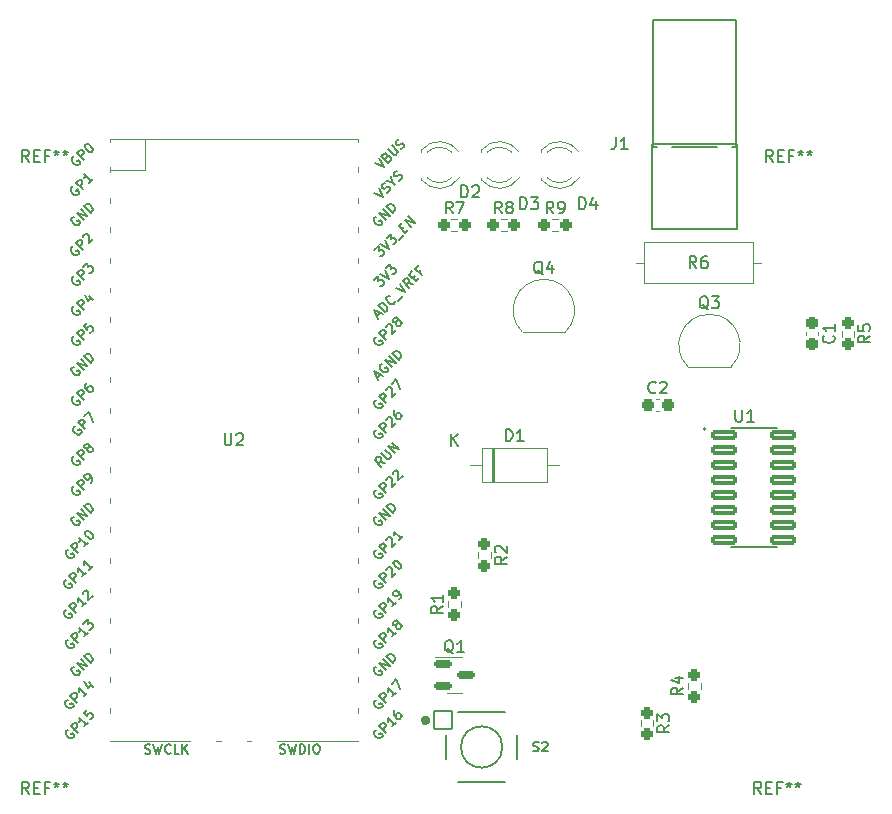
<source format=gto>
G04 #@! TF.GenerationSoftware,KiCad,Pcbnew,7.0.8-7.0.8~ubuntu22.04.1*
G04 #@! TF.CreationDate,2023-12-12T02:33:24+01:00*
G04 #@! TF.ProjectId,kicad,6b696361-642e-46b6-9963-61645f706362,rev?*
G04 #@! TF.SameCoordinates,Original*
G04 #@! TF.FileFunction,Legend,Top*
G04 #@! TF.FilePolarity,Positive*
%FSLAX46Y46*%
G04 Gerber Fmt 4.6, Leading zero omitted, Abs format (unit mm)*
G04 Created by KiCad (PCBNEW 7.0.8-7.0.8~ubuntu22.04.1) date 2023-12-12 02:33:24*
%MOMM*%
%LPD*%
G01*
G04 APERTURE LIST*
G04 Aperture macros list*
%AMRoundRect*
0 Rectangle with rounded corners*
0 $1 Rounding radius*
0 $2 $3 $4 $5 $6 $7 $8 $9 X,Y pos of 4 corners*
0 Add a 4 corners polygon primitive as box body*
4,1,4,$2,$3,$4,$5,$6,$7,$8,$9,$2,$3,0*
0 Add four circle primitives for the rounded corners*
1,1,$1+$1,$2,$3*
1,1,$1+$1,$4,$5*
1,1,$1+$1,$6,$7*
1,1,$1+$1,$8,$9*
0 Add four rect primitives between the rounded corners*
20,1,$1+$1,$2,$3,$4,$5,0*
20,1,$1+$1,$4,$5,$6,$7,0*
20,1,$1+$1,$6,$7,$8,$9,0*
20,1,$1+$1,$8,$9,$2,$3,0*%
G04 Aperture macros list end*
%ADD10C,0.150000*%
%ADD11C,0.127000*%
%ADD12C,0.200000*%
%ADD13C,0.120000*%
%ADD14C,0.152400*%
%ADD15C,0.400000*%
%ADD16RoundRect,0.144000X-0.943000X-0.258000X0.943000X-0.258000X0.943000X0.258000X-0.943000X0.258000X0*%
%ADD17R,1.800000X1.800000*%
%ADD18C,1.800000*%
%ADD19O,1.800000X1.800000*%
%ADD20O,1.500000X1.500000*%
%ADD21O,1.700000X1.700000*%
%ADD22R,3.500000X1.700000*%
%ADD23R,1.700000X1.700000*%
%ADD24R,1.700000X3.500000*%
%ADD25RoundRect,0.237500X-0.237500X0.250000X-0.237500X-0.250000X0.237500X-0.250000X0.237500X0.250000X0*%
%ADD26RoundRect,0.237500X-0.300000X-0.237500X0.300000X-0.237500X0.300000X0.237500X-0.300000X0.237500X0*%
%ADD27R,1.050000X1.500000*%
%ADD28O,1.050000X1.500000*%
%ADD29R,2.200000X2.200000*%
%ADD30O,2.200000X2.200000*%
%ADD31C,3.500000*%
%ADD32RoundRect,0.237500X-0.237500X0.300000X-0.237500X-0.300000X0.237500X-0.300000X0.237500X0.300000X0*%
%ADD33C,1.473200*%
%ADD34RoundRect,0.237500X-0.250000X-0.237500X0.250000X-0.237500X0.250000X0.237500X-0.250000X0.237500X0*%
%ADD35RoundRect,0.237500X0.237500X-0.250000X0.237500X0.250000X-0.237500X0.250000X-0.237500X-0.250000X0*%
%ADD36RoundRect,0.102000X-0.749000X-0.749000X0.749000X-0.749000X0.749000X0.749000X-0.749000X0.749000X0*%
%ADD37C,1.702000*%
%ADD38C,1.600000*%
%ADD39O,1.600000X1.600000*%
%ADD40RoundRect,0.150000X-0.587500X-0.150000X0.587500X-0.150000X0.587500X0.150000X-0.587500X0.150000X0*%
G04 APERTURE END LIST*
D10*
X163478095Y-66444819D02*
X163478095Y-67254342D01*
X163478095Y-67254342D02*
X163525714Y-67349580D01*
X163525714Y-67349580D02*
X163573333Y-67397200D01*
X163573333Y-67397200D02*
X163668571Y-67444819D01*
X163668571Y-67444819D02*
X163859047Y-67444819D01*
X163859047Y-67444819D02*
X163954285Y-67397200D01*
X163954285Y-67397200D02*
X164001904Y-67349580D01*
X164001904Y-67349580D02*
X164049523Y-67254342D01*
X164049523Y-67254342D02*
X164049523Y-66444819D01*
X165049523Y-67444819D02*
X164478095Y-67444819D01*
X164763809Y-67444819D02*
X164763809Y-66444819D01*
X164763809Y-66444819D02*
X164668571Y-66587676D01*
X164668571Y-66587676D02*
X164573333Y-66682914D01*
X164573333Y-66682914D02*
X164478095Y-66730533D01*
X140261905Y-48454819D02*
X140261905Y-47454819D01*
X140261905Y-47454819D02*
X140500000Y-47454819D01*
X140500000Y-47454819D02*
X140642857Y-47502438D01*
X140642857Y-47502438D02*
X140738095Y-47597676D01*
X140738095Y-47597676D02*
X140785714Y-47692914D01*
X140785714Y-47692914D02*
X140833333Y-47883390D01*
X140833333Y-47883390D02*
X140833333Y-48026247D01*
X140833333Y-48026247D02*
X140785714Y-48216723D01*
X140785714Y-48216723D02*
X140738095Y-48311961D01*
X140738095Y-48311961D02*
X140642857Y-48407200D01*
X140642857Y-48407200D02*
X140500000Y-48454819D01*
X140500000Y-48454819D02*
X140261905Y-48454819D01*
X141214286Y-47550057D02*
X141261905Y-47502438D01*
X141261905Y-47502438D02*
X141357143Y-47454819D01*
X141357143Y-47454819D02*
X141595238Y-47454819D01*
X141595238Y-47454819D02*
X141690476Y-47502438D01*
X141690476Y-47502438D02*
X141738095Y-47550057D01*
X141738095Y-47550057D02*
X141785714Y-47645295D01*
X141785714Y-47645295D02*
X141785714Y-47740533D01*
X141785714Y-47740533D02*
X141738095Y-47883390D01*
X141738095Y-47883390D02*
X141166667Y-48454819D01*
X141166667Y-48454819D02*
X141785714Y-48454819D01*
X120238095Y-68454819D02*
X120238095Y-69264342D01*
X120238095Y-69264342D02*
X120285714Y-69359580D01*
X120285714Y-69359580D02*
X120333333Y-69407200D01*
X120333333Y-69407200D02*
X120428571Y-69454819D01*
X120428571Y-69454819D02*
X120619047Y-69454819D01*
X120619047Y-69454819D02*
X120714285Y-69407200D01*
X120714285Y-69407200D02*
X120761904Y-69359580D01*
X120761904Y-69359580D02*
X120809523Y-69264342D01*
X120809523Y-69264342D02*
X120809523Y-68454819D01*
X121238095Y-68550057D02*
X121285714Y-68502438D01*
X121285714Y-68502438D02*
X121380952Y-68454819D01*
X121380952Y-68454819D02*
X121619047Y-68454819D01*
X121619047Y-68454819D02*
X121714285Y-68502438D01*
X121714285Y-68502438D02*
X121761904Y-68550057D01*
X121761904Y-68550057D02*
X121809523Y-68645295D01*
X121809523Y-68645295D02*
X121809523Y-68740533D01*
X121809523Y-68740533D02*
X121761904Y-68883390D01*
X121761904Y-68883390D02*
X121190476Y-69454819D01*
X121190476Y-69454819D02*
X121809523Y-69454819D01*
X133155064Y-58534049D02*
X133424438Y-58264675D01*
X133262813Y-58749549D02*
X132885690Y-57995301D01*
X132885690Y-57995301D02*
X133639937Y-58372425D01*
X133828499Y-58183863D02*
X133262813Y-57618178D01*
X133262813Y-57618178D02*
X133397500Y-57483491D01*
X133397500Y-57483491D02*
X133505250Y-57429616D01*
X133505250Y-57429616D02*
X133612999Y-57429616D01*
X133612999Y-57429616D02*
X133693812Y-57456553D01*
X133693812Y-57456553D02*
X133828499Y-57537366D01*
X133828499Y-57537366D02*
X133909311Y-57618178D01*
X133909311Y-57618178D02*
X133990123Y-57752865D01*
X133990123Y-57752865D02*
X134017060Y-57833677D01*
X134017060Y-57833677D02*
X134017060Y-57941427D01*
X134017060Y-57941427D02*
X133963186Y-58049176D01*
X133963186Y-58049176D02*
X133828499Y-58183863D01*
X134663558Y-57241054D02*
X134663558Y-57294929D01*
X134663558Y-57294929D02*
X134609683Y-57402679D01*
X134609683Y-57402679D02*
X134555808Y-57456553D01*
X134555808Y-57456553D02*
X134448059Y-57510428D01*
X134448059Y-57510428D02*
X134340309Y-57510428D01*
X134340309Y-57510428D02*
X134259497Y-57483491D01*
X134259497Y-57483491D02*
X134124810Y-57402679D01*
X134124810Y-57402679D02*
X134043998Y-57321866D01*
X134043998Y-57321866D02*
X133963186Y-57187179D01*
X133963186Y-57187179D02*
X133936248Y-57106367D01*
X133936248Y-57106367D02*
X133936248Y-56998618D01*
X133936248Y-56998618D02*
X133990123Y-56890868D01*
X133990123Y-56890868D02*
X134043998Y-56836993D01*
X134043998Y-56836993D02*
X134151747Y-56783118D01*
X134151747Y-56783118D02*
X134205622Y-56783118D01*
X134879057Y-57241054D02*
X135310056Y-56810056D01*
X134744370Y-56136621D02*
X135498618Y-56513744D01*
X135498618Y-56513744D02*
X135121494Y-55759497D01*
X136198990Y-55813372D02*
X135741054Y-55732560D01*
X135875741Y-56136621D02*
X135310056Y-55570935D01*
X135310056Y-55570935D02*
X135525555Y-55355436D01*
X135525555Y-55355436D02*
X135606367Y-55328499D01*
X135606367Y-55328499D02*
X135660242Y-55328499D01*
X135660242Y-55328499D02*
X135741054Y-55355436D01*
X135741054Y-55355436D02*
X135821866Y-55436248D01*
X135821866Y-55436248D02*
X135848804Y-55517061D01*
X135848804Y-55517061D02*
X135848804Y-55570935D01*
X135848804Y-55570935D02*
X135821866Y-55651748D01*
X135821866Y-55651748D02*
X135606367Y-55867247D01*
X136145115Y-55274624D02*
X136333677Y-55086062D01*
X136710800Y-55301561D02*
X136441426Y-55570935D01*
X136441426Y-55570935D02*
X135875741Y-55005250D01*
X135875741Y-55005250D02*
X136145115Y-54735876D01*
X136845488Y-54574251D02*
X136656926Y-54762813D01*
X136953237Y-55059125D02*
X136387552Y-54493439D01*
X136387552Y-54493439D02*
X136656926Y-54224065D01*
X107513372Y-55151494D02*
X107432560Y-55178431D01*
X107432560Y-55178431D02*
X107351748Y-55259243D01*
X107351748Y-55259243D02*
X107297873Y-55366993D01*
X107297873Y-55366993D02*
X107297873Y-55474742D01*
X107297873Y-55474742D02*
X107324810Y-55555555D01*
X107324810Y-55555555D02*
X107405623Y-55690242D01*
X107405623Y-55690242D02*
X107486435Y-55771054D01*
X107486435Y-55771054D02*
X107621122Y-55851866D01*
X107621122Y-55851866D02*
X107701934Y-55878803D01*
X107701934Y-55878803D02*
X107809684Y-55878803D01*
X107809684Y-55878803D02*
X107917433Y-55824929D01*
X107917433Y-55824929D02*
X107971308Y-55771054D01*
X107971308Y-55771054D02*
X108025183Y-55663304D01*
X108025183Y-55663304D02*
X108025183Y-55609429D01*
X108025183Y-55609429D02*
X107836621Y-55420868D01*
X107836621Y-55420868D02*
X107728871Y-55528617D01*
X108321494Y-55420868D02*
X107755809Y-54855182D01*
X107755809Y-54855182D02*
X107971308Y-54639683D01*
X107971308Y-54639683D02*
X108052120Y-54612746D01*
X108052120Y-54612746D02*
X108105995Y-54612746D01*
X108105995Y-54612746D02*
X108186807Y-54639683D01*
X108186807Y-54639683D02*
X108267619Y-54720495D01*
X108267619Y-54720495D02*
X108294557Y-54801307D01*
X108294557Y-54801307D02*
X108294557Y-54855182D01*
X108294557Y-54855182D02*
X108267619Y-54935994D01*
X108267619Y-54935994D02*
X108052120Y-55151494D01*
X108267619Y-54343372D02*
X108617806Y-53993185D01*
X108617806Y-53993185D02*
X108644743Y-54397246D01*
X108644743Y-54397246D02*
X108725555Y-54316434D01*
X108725555Y-54316434D02*
X108806367Y-54289497D01*
X108806367Y-54289497D02*
X108860242Y-54289497D01*
X108860242Y-54289497D02*
X108941054Y-54316434D01*
X108941054Y-54316434D02*
X109075741Y-54451121D01*
X109075741Y-54451121D02*
X109102679Y-54531933D01*
X109102679Y-54531933D02*
X109102679Y-54585808D01*
X109102679Y-54585808D02*
X109075741Y-54666620D01*
X109075741Y-54666620D02*
X108914117Y-54828245D01*
X108914117Y-54828245D02*
X108833305Y-54855182D01*
X108833305Y-54855182D02*
X108779430Y-54855182D01*
X107413372Y-47521494D02*
X107332560Y-47548431D01*
X107332560Y-47548431D02*
X107251748Y-47629243D01*
X107251748Y-47629243D02*
X107197873Y-47736993D01*
X107197873Y-47736993D02*
X107197873Y-47844742D01*
X107197873Y-47844742D02*
X107224810Y-47925555D01*
X107224810Y-47925555D02*
X107305623Y-48060242D01*
X107305623Y-48060242D02*
X107386435Y-48141054D01*
X107386435Y-48141054D02*
X107521122Y-48221866D01*
X107521122Y-48221866D02*
X107601934Y-48248803D01*
X107601934Y-48248803D02*
X107709684Y-48248803D01*
X107709684Y-48248803D02*
X107817433Y-48194929D01*
X107817433Y-48194929D02*
X107871308Y-48141054D01*
X107871308Y-48141054D02*
X107925183Y-48033304D01*
X107925183Y-48033304D02*
X107925183Y-47979429D01*
X107925183Y-47979429D02*
X107736621Y-47790868D01*
X107736621Y-47790868D02*
X107628871Y-47898617D01*
X108221494Y-47790868D02*
X107655809Y-47225182D01*
X107655809Y-47225182D02*
X107871308Y-47009683D01*
X107871308Y-47009683D02*
X107952120Y-46982746D01*
X107952120Y-46982746D02*
X108005995Y-46982746D01*
X108005995Y-46982746D02*
X108086807Y-47009683D01*
X108086807Y-47009683D02*
X108167619Y-47090495D01*
X108167619Y-47090495D02*
X108194557Y-47171307D01*
X108194557Y-47171307D02*
X108194557Y-47225182D01*
X108194557Y-47225182D02*
X108167619Y-47305994D01*
X108167619Y-47305994D02*
X107952120Y-47521494D01*
X109083491Y-46928871D02*
X108760242Y-47252120D01*
X108921867Y-47090495D02*
X108356181Y-46524810D01*
X108356181Y-46524810D02*
X108383119Y-46659497D01*
X108383119Y-46659497D02*
X108383119Y-46767246D01*
X108383119Y-46767246D02*
X108356181Y-46848059D01*
X132922407Y-52958584D02*
X133272593Y-52608398D01*
X133272593Y-52608398D02*
X133299531Y-53012459D01*
X133299531Y-53012459D02*
X133380343Y-52931646D01*
X133380343Y-52931646D02*
X133461155Y-52904709D01*
X133461155Y-52904709D02*
X133515030Y-52904709D01*
X133515030Y-52904709D02*
X133595842Y-52931646D01*
X133595842Y-52931646D02*
X133730529Y-53066333D01*
X133730529Y-53066333D02*
X133757467Y-53147146D01*
X133757467Y-53147146D02*
X133757467Y-53201020D01*
X133757467Y-53201020D02*
X133730529Y-53281833D01*
X133730529Y-53281833D02*
X133568905Y-53443457D01*
X133568905Y-53443457D02*
X133488093Y-53470394D01*
X133488093Y-53470394D02*
X133434218Y-53470394D01*
X133434218Y-52446773D02*
X134188465Y-52823897D01*
X134188465Y-52823897D02*
X133811342Y-52069649D01*
X133946028Y-51934963D02*
X134296215Y-51584776D01*
X134296215Y-51584776D02*
X134323152Y-51988837D01*
X134323152Y-51988837D02*
X134403964Y-51908025D01*
X134403964Y-51908025D02*
X134484776Y-51881088D01*
X134484776Y-51881088D02*
X134538651Y-51881088D01*
X134538651Y-51881088D02*
X134619464Y-51908025D01*
X134619464Y-51908025D02*
X134754151Y-52042712D01*
X134754151Y-52042712D02*
X134781088Y-52123524D01*
X134781088Y-52123524D02*
X134781088Y-52177399D01*
X134781088Y-52177399D02*
X134754151Y-52258211D01*
X134754151Y-52258211D02*
X134592526Y-52419836D01*
X134592526Y-52419836D02*
X134511714Y-52446773D01*
X134511714Y-52446773D02*
X134457839Y-52446773D01*
X135023525Y-52096587D02*
X135454523Y-51665588D01*
X135239024Y-51180715D02*
X135427586Y-50992153D01*
X135804709Y-51207652D02*
X135535335Y-51477026D01*
X135535335Y-51477026D02*
X134969650Y-50911341D01*
X134969650Y-50911341D02*
X135239024Y-50641967D01*
X136047146Y-50965215D02*
X135481461Y-50399530D01*
X135481461Y-50399530D02*
X136370395Y-50641967D01*
X136370395Y-50641967D02*
X135804710Y-50076281D01*
X133097998Y-68120868D02*
X133017185Y-68147805D01*
X133017185Y-68147805D02*
X132936373Y-68228618D01*
X132936373Y-68228618D02*
X132882498Y-68336367D01*
X132882498Y-68336367D02*
X132882498Y-68444117D01*
X132882498Y-68444117D02*
X132909436Y-68524929D01*
X132909436Y-68524929D02*
X132990248Y-68659616D01*
X132990248Y-68659616D02*
X133071060Y-68740428D01*
X133071060Y-68740428D02*
X133205747Y-68821241D01*
X133205747Y-68821241D02*
X133286560Y-68848178D01*
X133286560Y-68848178D02*
X133394309Y-68848178D01*
X133394309Y-68848178D02*
X133502059Y-68794303D01*
X133502059Y-68794303D02*
X133555934Y-68740428D01*
X133555934Y-68740428D02*
X133609808Y-68632679D01*
X133609808Y-68632679D02*
X133609808Y-68578804D01*
X133609808Y-68578804D02*
X133421247Y-68390242D01*
X133421247Y-68390242D02*
X133313497Y-68497992D01*
X133906120Y-68390242D02*
X133340434Y-67824557D01*
X133340434Y-67824557D02*
X133555934Y-67609057D01*
X133555934Y-67609057D02*
X133636746Y-67582120D01*
X133636746Y-67582120D02*
X133690621Y-67582120D01*
X133690621Y-67582120D02*
X133771433Y-67609057D01*
X133771433Y-67609057D02*
X133852245Y-67689870D01*
X133852245Y-67689870D02*
X133879182Y-67770682D01*
X133879182Y-67770682D02*
X133879182Y-67824557D01*
X133879182Y-67824557D02*
X133852245Y-67905369D01*
X133852245Y-67905369D02*
X133636746Y-68120868D01*
X133933057Y-67339683D02*
X133933057Y-67285809D01*
X133933057Y-67285809D02*
X133959995Y-67204996D01*
X133959995Y-67204996D02*
X134094682Y-67070309D01*
X134094682Y-67070309D02*
X134175494Y-67043372D01*
X134175494Y-67043372D02*
X134229369Y-67043372D01*
X134229369Y-67043372D02*
X134310181Y-67070309D01*
X134310181Y-67070309D02*
X134364056Y-67124184D01*
X134364056Y-67124184D02*
X134417930Y-67231934D01*
X134417930Y-67231934D02*
X134417930Y-67878431D01*
X134417930Y-67878431D02*
X134768117Y-67528245D01*
X134687305Y-66477686D02*
X134579555Y-66585436D01*
X134579555Y-66585436D02*
X134552618Y-66666248D01*
X134552618Y-66666248D02*
X134552618Y-66720123D01*
X134552618Y-66720123D02*
X134579555Y-66854810D01*
X134579555Y-66854810D02*
X134660367Y-66989497D01*
X134660367Y-66989497D02*
X134875866Y-67204996D01*
X134875866Y-67204996D02*
X134956679Y-67231934D01*
X134956679Y-67231934D02*
X135010553Y-67231934D01*
X135010553Y-67231934D02*
X135091366Y-67204996D01*
X135091366Y-67204996D02*
X135199115Y-67097247D01*
X135199115Y-67097247D02*
X135226053Y-67016434D01*
X135226053Y-67016434D02*
X135226053Y-66962560D01*
X135226053Y-66962560D02*
X135199115Y-66881747D01*
X135199115Y-66881747D02*
X135064428Y-66747060D01*
X135064428Y-66747060D02*
X134983616Y-66720123D01*
X134983616Y-66720123D02*
X134929741Y-66720123D01*
X134929741Y-66720123D02*
X134848929Y-66747060D01*
X134848929Y-66747060D02*
X134741179Y-66854810D01*
X134741179Y-66854810D02*
X134714242Y-66935622D01*
X134714242Y-66935622D02*
X134714242Y-66989497D01*
X134714242Y-66989497D02*
X134741179Y-67070309D01*
X124904761Y-95524200D02*
X125019047Y-95562295D01*
X125019047Y-95562295D02*
X125209523Y-95562295D01*
X125209523Y-95562295D02*
X125285714Y-95524200D01*
X125285714Y-95524200D02*
X125323809Y-95486104D01*
X125323809Y-95486104D02*
X125361904Y-95409914D01*
X125361904Y-95409914D02*
X125361904Y-95333723D01*
X125361904Y-95333723D02*
X125323809Y-95257533D01*
X125323809Y-95257533D02*
X125285714Y-95219438D01*
X125285714Y-95219438D02*
X125209523Y-95181342D01*
X125209523Y-95181342D02*
X125057142Y-95143247D01*
X125057142Y-95143247D02*
X124980952Y-95105152D01*
X124980952Y-95105152D02*
X124942857Y-95067057D01*
X124942857Y-95067057D02*
X124904761Y-94990866D01*
X124904761Y-94990866D02*
X124904761Y-94914676D01*
X124904761Y-94914676D02*
X124942857Y-94838485D01*
X124942857Y-94838485D02*
X124980952Y-94800390D01*
X124980952Y-94800390D02*
X125057142Y-94762295D01*
X125057142Y-94762295D02*
X125247619Y-94762295D01*
X125247619Y-94762295D02*
X125361904Y-94800390D01*
X125628571Y-94762295D02*
X125819047Y-95562295D01*
X125819047Y-95562295D02*
X125971428Y-94990866D01*
X125971428Y-94990866D02*
X126123809Y-95562295D01*
X126123809Y-95562295D02*
X126314286Y-94762295D01*
X126619048Y-95562295D02*
X126619048Y-94762295D01*
X126619048Y-94762295D02*
X126809524Y-94762295D01*
X126809524Y-94762295D02*
X126923810Y-94800390D01*
X126923810Y-94800390D02*
X127000000Y-94876580D01*
X127000000Y-94876580D02*
X127038095Y-94952771D01*
X127038095Y-94952771D02*
X127076191Y-95105152D01*
X127076191Y-95105152D02*
X127076191Y-95219438D01*
X127076191Y-95219438D02*
X127038095Y-95371819D01*
X127038095Y-95371819D02*
X127000000Y-95448009D01*
X127000000Y-95448009D02*
X126923810Y-95524200D01*
X126923810Y-95524200D02*
X126809524Y-95562295D01*
X126809524Y-95562295D02*
X126619048Y-95562295D01*
X127419048Y-95562295D02*
X127419048Y-94762295D01*
X127952381Y-94762295D02*
X128104762Y-94762295D01*
X128104762Y-94762295D02*
X128180952Y-94800390D01*
X128180952Y-94800390D02*
X128257143Y-94876580D01*
X128257143Y-94876580D02*
X128295238Y-95028961D01*
X128295238Y-95028961D02*
X128295238Y-95295628D01*
X128295238Y-95295628D02*
X128257143Y-95448009D01*
X128257143Y-95448009D02*
X128180952Y-95524200D01*
X128180952Y-95524200D02*
X128104762Y-95562295D01*
X128104762Y-95562295D02*
X127952381Y-95562295D01*
X127952381Y-95562295D02*
X127876190Y-95524200D01*
X127876190Y-95524200D02*
X127800000Y-95448009D01*
X127800000Y-95448009D02*
X127761904Y-95295628D01*
X127761904Y-95295628D02*
X127761904Y-95028961D01*
X127761904Y-95028961D02*
X127800000Y-94876580D01*
X127800000Y-94876580D02*
X127876190Y-94800390D01*
X127876190Y-94800390D02*
X127952381Y-94762295D01*
X132953406Y-45527585D02*
X133707653Y-45904709D01*
X133707653Y-45904709D02*
X133330529Y-45150462D01*
X133977027Y-45042712D02*
X134084776Y-44988838D01*
X134084776Y-44988838D02*
X134138651Y-44988838D01*
X134138651Y-44988838D02*
X134219463Y-45015775D01*
X134219463Y-45015775D02*
X134300276Y-45096587D01*
X134300276Y-45096587D02*
X134327213Y-45177399D01*
X134327213Y-45177399D02*
X134327213Y-45231274D01*
X134327213Y-45231274D02*
X134300276Y-45312086D01*
X134300276Y-45312086D02*
X134084776Y-45527586D01*
X134084776Y-45527586D02*
X133519091Y-44961900D01*
X133519091Y-44961900D02*
X133707653Y-44773338D01*
X133707653Y-44773338D02*
X133788465Y-44746401D01*
X133788465Y-44746401D02*
X133842340Y-44746401D01*
X133842340Y-44746401D02*
X133923152Y-44773338D01*
X133923152Y-44773338D02*
X133977027Y-44827213D01*
X133977027Y-44827213D02*
X134003964Y-44908025D01*
X134003964Y-44908025D02*
X134003964Y-44961900D01*
X134003964Y-44961900D02*
X133977027Y-45042712D01*
X133977027Y-45042712D02*
X133788465Y-45231274D01*
X134084776Y-44396215D02*
X134542712Y-44854151D01*
X134542712Y-44854151D02*
X134623524Y-44881088D01*
X134623524Y-44881088D02*
X134677399Y-44881088D01*
X134677399Y-44881088D02*
X134758211Y-44854151D01*
X134758211Y-44854151D02*
X134865961Y-44746401D01*
X134865961Y-44746401D02*
X134892898Y-44665589D01*
X134892898Y-44665589D02*
X134892898Y-44611714D01*
X134892898Y-44611714D02*
X134865961Y-44530902D01*
X134865961Y-44530902D02*
X134408025Y-44072966D01*
X135189210Y-44369277D02*
X135296959Y-44315403D01*
X135296959Y-44315403D02*
X135431646Y-44180716D01*
X135431646Y-44180716D02*
X135458584Y-44099903D01*
X135458584Y-44099903D02*
X135458584Y-44046029D01*
X135458584Y-44046029D02*
X135431646Y-43965216D01*
X135431646Y-43965216D02*
X135377771Y-43911342D01*
X135377771Y-43911342D02*
X135296959Y-43884404D01*
X135296959Y-43884404D02*
X135243084Y-43884404D01*
X135243084Y-43884404D02*
X135162272Y-43911342D01*
X135162272Y-43911342D02*
X135027585Y-43992154D01*
X135027585Y-43992154D02*
X134946773Y-44019091D01*
X134946773Y-44019091D02*
X134892898Y-44019091D01*
X134892898Y-44019091D02*
X134812086Y-43992154D01*
X134812086Y-43992154D02*
X134758211Y-43938279D01*
X134758211Y-43938279D02*
X134731274Y-43857467D01*
X134731274Y-43857467D02*
X134731274Y-43803592D01*
X134731274Y-43803592D02*
X134758211Y-43722780D01*
X134758211Y-43722780D02*
X134892898Y-43588093D01*
X134892898Y-43588093D02*
X135000648Y-43534218D01*
X107513372Y-60231494D02*
X107432560Y-60258431D01*
X107432560Y-60258431D02*
X107351748Y-60339243D01*
X107351748Y-60339243D02*
X107297873Y-60446993D01*
X107297873Y-60446993D02*
X107297873Y-60554742D01*
X107297873Y-60554742D02*
X107324810Y-60635555D01*
X107324810Y-60635555D02*
X107405623Y-60770242D01*
X107405623Y-60770242D02*
X107486435Y-60851054D01*
X107486435Y-60851054D02*
X107621122Y-60931866D01*
X107621122Y-60931866D02*
X107701934Y-60958803D01*
X107701934Y-60958803D02*
X107809684Y-60958803D01*
X107809684Y-60958803D02*
X107917433Y-60904929D01*
X107917433Y-60904929D02*
X107971308Y-60851054D01*
X107971308Y-60851054D02*
X108025183Y-60743304D01*
X108025183Y-60743304D02*
X108025183Y-60689429D01*
X108025183Y-60689429D02*
X107836621Y-60500868D01*
X107836621Y-60500868D02*
X107728871Y-60608617D01*
X108321494Y-60500868D02*
X107755809Y-59935182D01*
X107755809Y-59935182D02*
X107971308Y-59719683D01*
X107971308Y-59719683D02*
X108052120Y-59692746D01*
X108052120Y-59692746D02*
X108105995Y-59692746D01*
X108105995Y-59692746D02*
X108186807Y-59719683D01*
X108186807Y-59719683D02*
X108267619Y-59800495D01*
X108267619Y-59800495D02*
X108294557Y-59881307D01*
X108294557Y-59881307D02*
X108294557Y-59935182D01*
X108294557Y-59935182D02*
X108267619Y-60015994D01*
X108267619Y-60015994D02*
X108052120Y-60231494D01*
X108590868Y-59100123D02*
X108321494Y-59369497D01*
X108321494Y-59369497D02*
X108563931Y-59665808D01*
X108563931Y-59665808D02*
X108563931Y-59611933D01*
X108563931Y-59611933D02*
X108590868Y-59531121D01*
X108590868Y-59531121D02*
X108725555Y-59396434D01*
X108725555Y-59396434D02*
X108806367Y-59369497D01*
X108806367Y-59369497D02*
X108860242Y-59369497D01*
X108860242Y-59369497D02*
X108941054Y-59396434D01*
X108941054Y-59396434D02*
X109075741Y-59531121D01*
X109075741Y-59531121D02*
X109102679Y-59611933D01*
X109102679Y-59611933D02*
X109102679Y-59665808D01*
X109102679Y-59665808D02*
X109075741Y-59746620D01*
X109075741Y-59746620D02*
X108941054Y-59881307D01*
X108941054Y-59881307D02*
X108860242Y-59908245D01*
X108860242Y-59908245D02*
X108806367Y-59908245D01*
X132890123Y-55490868D02*
X133240309Y-55140682D01*
X133240309Y-55140682D02*
X133267247Y-55544743D01*
X133267247Y-55544743D02*
X133348059Y-55463931D01*
X133348059Y-55463931D02*
X133428871Y-55436993D01*
X133428871Y-55436993D02*
X133482746Y-55436993D01*
X133482746Y-55436993D02*
X133563558Y-55463931D01*
X133563558Y-55463931D02*
X133698245Y-55598618D01*
X133698245Y-55598618D02*
X133725182Y-55679430D01*
X133725182Y-55679430D02*
X133725182Y-55733305D01*
X133725182Y-55733305D02*
X133698245Y-55814117D01*
X133698245Y-55814117D02*
X133536621Y-55975741D01*
X133536621Y-55975741D02*
X133455808Y-56002679D01*
X133455808Y-56002679D02*
X133401934Y-56002679D01*
X133401934Y-54979057D02*
X134156181Y-55356181D01*
X134156181Y-55356181D02*
X133779057Y-54601934D01*
X133913744Y-54467247D02*
X134263930Y-54117061D01*
X134263930Y-54117061D02*
X134290868Y-54521122D01*
X134290868Y-54521122D02*
X134371680Y-54440309D01*
X134371680Y-54440309D02*
X134452492Y-54413372D01*
X134452492Y-54413372D02*
X134506367Y-54413372D01*
X134506367Y-54413372D02*
X134587179Y-54440309D01*
X134587179Y-54440309D02*
X134721866Y-54574996D01*
X134721866Y-54574996D02*
X134748804Y-54655809D01*
X134748804Y-54655809D02*
X134748804Y-54709683D01*
X134748804Y-54709683D02*
X134721866Y-54790496D01*
X134721866Y-54790496D02*
X134560242Y-54952120D01*
X134560242Y-54952120D02*
X134479430Y-54979057D01*
X134479430Y-54979057D02*
X134425555Y-54979057D01*
X106989998Y-93520868D02*
X106909185Y-93547805D01*
X106909185Y-93547805D02*
X106828373Y-93628618D01*
X106828373Y-93628618D02*
X106774498Y-93736367D01*
X106774498Y-93736367D02*
X106774498Y-93844117D01*
X106774498Y-93844117D02*
X106801436Y-93924929D01*
X106801436Y-93924929D02*
X106882248Y-94059616D01*
X106882248Y-94059616D02*
X106963060Y-94140428D01*
X106963060Y-94140428D02*
X107097747Y-94221241D01*
X107097747Y-94221241D02*
X107178560Y-94248178D01*
X107178560Y-94248178D02*
X107286309Y-94248178D01*
X107286309Y-94248178D02*
X107394059Y-94194303D01*
X107394059Y-94194303D02*
X107447934Y-94140428D01*
X107447934Y-94140428D02*
X107501808Y-94032679D01*
X107501808Y-94032679D02*
X107501808Y-93978804D01*
X107501808Y-93978804D02*
X107313247Y-93790242D01*
X107313247Y-93790242D02*
X107205497Y-93897992D01*
X107798120Y-93790242D02*
X107232434Y-93224557D01*
X107232434Y-93224557D02*
X107447934Y-93009057D01*
X107447934Y-93009057D02*
X107528746Y-92982120D01*
X107528746Y-92982120D02*
X107582621Y-92982120D01*
X107582621Y-92982120D02*
X107663433Y-93009057D01*
X107663433Y-93009057D02*
X107744245Y-93089870D01*
X107744245Y-93089870D02*
X107771182Y-93170682D01*
X107771182Y-93170682D02*
X107771182Y-93224557D01*
X107771182Y-93224557D02*
X107744245Y-93305369D01*
X107744245Y-93305369D02*
X107528746Y-93520868D01*
X108660117Y-92928245D02*
X108336868Y-93251494D01*
X108498492Y-93089870D02*
X107932807Y-92524184D01*
X107932807Y-92524184D02*
X107959744Y-92658871D01*
X107959744Y-92658871D02*
X107959744Y-92766621D01*
X107959744Y-92766621D02*
X107932807Y-92847433D01*
X108606242Y-91850749D02*
X108336868Y-92120123D01*
X108336868Y-92120123D02*
X108579305Y-92416434D01*
X108579305Y-92416434D02*
X108579305Y-92362560D01*
X108579305Y-92362560D02*
X108606242Y-92281747D01*
X108606242Y-92281747D02*
X108740929Y-92147060D01*
X108740929Y-92147060D02*
X108821741Y-92120123D01*
X108821741Y-92120123D02*
X108875616Y-92120123D01*
X108875616Y-92120123D02*
X108956428Y-92147060D01*
X108956428Y-92147060D02*
X109091115Y-92281747D01*
X109091115Y-92281747D02*
X109118053Y-92362560D01*
X109118053Y-92362560D02*
X109118053Y-92416434D01*
X109118053Y-92416434D02*
X109091115Y-92497247D01*
X109091115Y-92497247D02*
X108956428Y-92631934D01*
X108956428Y-92631934D02*
X108875616Y-92658871D01*
X108875616Y-92658871D02*
X108821741Y-92658871D01*
X133097998Y-93520868D02*
X133017185Y-93547805D01*
X133017185Y-93547805D02*
X132936373Y-93628618D01*
X132936373Y-93628618D02*
X132882498Y-93736367D01*
X132882498Y-93736367D02*
X132882498Y-93844117D01*
X132882498Y-93844117D02*
X132909436Y-93924929D01*
X132909436Y-93924929D02*
X132990248Y-94059616D01*
X132990248Y-94059616D02*
X133071060Y-94140428D01*
X133071060Y-94140428D02*
X133205747Y-94221241D01*
X133205747Y-94221241D02*
X133286560Y-94248178D01*
X133286560Y-94248178D02*
X133394309Y-94248178D01*
X133394309Y-94248178D02*
X133502059Y-94194303D01*
X133502059Y-94194303D02*
X133555934Y-94140428D01*
X133555934Y-94140428D02*
X133609808Y-94032679D01*
X133609808Y-94032679D02*
X133609808Y-93978804D01*
X133609808Y-93978804D02*
X133421247Y-93790242D01*
X133421247Y-93790242D02*
X133313497Y-93897992D01*
X133906120Y-93790242D02*
X133340434Y-93224557D01*
X133340434Y-93224557D02*
X133555934Y-93009057D01*
X133555934Y-93009057D02*
X133636746Y-92982120D01*
X133636746Y-92982120D02*
X133690621Y-92982120D01*
X133690621Y-92982120D02*
X133771433Y-93009057D01*
X133771433Y-93009057D02*
X133852245Y-93089870D01*
X133852245Y-93089870D02*
X133879182Y-93170682D01*
X133879182Y-93170682D02*
X133879182Y-93224557D01*
X133879182Y-93224557D02*
X133852245Y-93305369D01*
X133852245Y-93305369D02*
X133636746Y-93520868D01*
X134768117Y-92928245D02*
X134444868Y-93251494D01*
X134606492Y-93089870D02*
X134040807Y-92524184D01*
X134040807Y-92524184D02*
X134067744Y-92658871D01*
X134067744Y-92658871D02*
X134067744Y-92766621D01*
X134067744Y-92766621D02*
X134040807Y-92847433D01*
X134687305Y-91877686D02*
X134579555Y-91985436D01*
X134579555Y-91985436D02*
X134552618Y-92066248D01*
X134552618Y-92066248D02*
X134552618Y-92120123D01*
X134552618Y-92120123D02*
X134579555Y-92254810D01*
X134579555Y-92254810D02*
X134660367Y-92389497D01*
X134660367Y-92389497D02*
X134875866Y-92604996D01*
X134875866Y-92604996D02*
X134956679Y-92631934D01*
X134956679Y-92631934D02*
X135010553Y-92631934D01*
X135010553Y-92631934D02*
X135091366Y-92604996D01*
X135091366Y-92604996D02*
X135199115Y-92497247D01*
X135199115Y-92497247D02*
X135226053Y-92416434D01*
X135226053Y-92416434D02*
X135226053Y-92362560D01*
X135226053Y-92362560D02*
X135199115Y-92281747D01*
X135199115Y-92281747D02*
X135064428Y-92147060D01*
X135064428Y-92147060D02*
X134983616Y-92120123D01*
X134983616Y-92120123D02*
X134929741Y-92120123D01*
X134929741Y-92120123D02*
X134848929Y-92147060D01*
X134848929Y-92147060D02*
X134741179Y-92254810D01*
X134741179Y-92254810D02*
X134714242Y-92335622D01*
X134714242Y-92335622D02*
X134714242Y-92389497D01*
X134714242Y-92389497D02*
X134741179Y-92470309D01*
X107513372Y-44991494D02*
X107432560Y-45018431D01*
X107432560Y-45018431D02*
X107351748Y-45099243D01*
X107351748Y-45099243D02*
X107297873Y-45206993D01*
X107297873Y-45206993D02*
X107297873Y-45314742D01*
X107297873Y-45314742D02*
X107324810Y-45395555D01*
X107324810Y-45395555D02*
X107405623Y-45530242D01*
X107405623Y-45530242D02*
X107486435Y-45611054D01*
X107486435Y-45611054D02*
X107621122Y-45691866D01*
X107621122Y-45691866D02*
X107701934Y-45718803D01*
X107701934Y-45718803D02*
X107809684Y-45718803D01*
X107809684Y-45718803D02*
X107917433Y-45664929D01*
X107917433Y-45664929D02*
X107971308Y-45611054D01*
X107971308Y-45611054D02*
X108025183Y-45503304D01*
X108025183Y-45503304D02*
X108025183Y-45449429D01*
X108025183Y-45449429D02*
X107836621Y-45260868D01*
X107836621Y-45260868D02*
X107728871Y-45368617D01*
X108321494Y-45260868D02*
X107755809Y-44695182D01*
X107755809Y-44695182D02*
X107971308Y-44479683D01*
X107971308Y-44479683D02*
X108052120Y-44452746D01*
X108052120Y-44452746D02*
X108105995Y-44452746D01*
X108105995Y-44452746D02*
X108186807Y-44479683D01*
X108186807Y-44479683D02*
X108267619Y-44560495D01*
X108267619Y-44560495D02*
X108294557Y-44641307D01*
X108294557Y-44641307D02*
X108294557Y-44695182D01*
X108294557Y-44695182D02*
X108267619Y-44775994D01*
X108267619Y-44775994D02*
X108052120Y-44991494D01*
X108429244Y-44021747D02*
X108483119Y-43967872D01*
X108483119Y-43967872D02*
X108563931Y-43940935D01*
X108563931Y-43940935D02*
X108617806Y-43940935D01*
X108617806Y-43940935D02*
X108698618Y-43967872D01*
X108698618Y-43967872D02*
X108833305Y-44048685D01*
X108833305Y-44048685D02*
X108967992Y-44183372D01*
X108967992Y-44183372D02*
X109048804Y-44318059D01*
X109048804Y-44318059D02*
X109075741Y-44398871D01*
X109075741Y-44398871D02*
X109075741Y-44452746D01*
X109075741Y-44452746D02*
X109048804Y-44533558D01*
X109048804Y-44533558D02*
X108994929Y-44587433D01*
X108994929Y-44587433D02*
X108914117Y-44614370D01*
X108914117Y-44614370D02*
X108860242Y-44614370D01*
X108860242Y-44614370D02*
X108779430Y-44587433D01*
X108779430Y-44587433D02*
X108644743Y-44506620D01*
X108644743Y-44506620D02*
X108510056Y-44371933D01*
X108510056Y-44371933D02*
X108429244Y-44237246D01*
X108429244Y-44237246D02*
X108402306Y-44156434D01*
X108402306Y-44156434D02*
X108402306Y-44102559D01*
X108402306Y-44102559D02*
X108429244Y-44021747D01*
X133086435Y-50098431D02*
X133005623Y-50125368D01*
X133005623Y-50125368D02*
X132924811Y-50206180D01*
X132924811Y-50206180D02*
X132870936Y-50313930D01*
X132870936Y-50313930D02*
X132870936Y-50421680D01*
X132870936Y-50421680D02*
X132897873Y-50502492D01*
X132897873Y-50502492D02*
X132978685Y-50637179D01*
X132978685Y-50637179D02*
X133059498Y-50717991D01*
X133059498Y-50717991D02*
X133194185Y-50798803D01*
X133194185Y-50798803D02*
X133274997Y-50825741D01*
X133274997Y-50825741D02*
X133382746Y-50825741D01*
X133382746Y-50825741D02*
X133490496Y-50771866D01*
X133490496Y-50771866D02*
X133544371Y-50717991D01*
X133544371Y-50717991D02*
X133598246Y-50610241D01*
X133598246Y-50610241D02*
X133598246Y-50556367D01*
X133598246Y-50556367D02*
X133409684Y-50367805D01*
X133409684Y-50367805D02*
X133301934Y-50475554D01*
X133894557Y-50367805D02*
X133328872Y-49802119D01*
X133328872Y-49802119D02*
X134217806Y-50044556D01*
X134217806Y-50044556D02*
X133652120Y-49478871D01*
X134487180Y-49775182D02*
X133921494Y-49209497D01*
X133921494Y-49209497D02*
X134056181Y-49074810D01*
X134056181Y-49074810D02*
X134163931Y-49020935D01*
X134163931Y-49020935D02*
X134271680Y-49020935D01*
X134271680Y-49020935D02*
X134352493Y-49047872D01*
X134352493Y-49047872D02*
X134487180Y-49128685D01*
X134487180Y-49128685D02*
X134567992Y-49209497D01*
X134567992Y-49209497D02*
X134648804Y-49344184D01*
X134648804Y-49344184D02*
X134675741Y-49424996D01*
X134675741Y-49424996D02*
X134675741Y-49532746D01*
X134675741Y-49532746D02*
X134621867Y-49640495D01*
X134621867Y-49640495D02*
X134487180Y-49775182D01*
X107613372Y-67821494D02*
X107532560Y-67848431D01*
X107532560Y-67848431D02*
X107451748Y-67929243D01*
X107451748Y-67929243D02*
X107397873Y-68036993D01*
X107397873Y-68036993D02*
X107397873Y-68144742D01*
X107397873Y-68144742D02*
X107424810Y-68225555D01*
X107424810Y-68225555D02*
X107505623Y-68360242D01*
X107505623Y-68360242D02*
X107586435Y-68441054D01*
X107586435Y-68441054D02*
X107721122Y-68521866D01*
X107721122Y-68521866D02*
X107801934Y-68548803D01*
X107801934Y-68548803D02*
X107909684Y-68548803D01*
X107909684Y-68548803D02*
X108017433Y-68494929D01*
X108017433Y-68494929D02*
X108071308Y-68441054D01*
X108071308Y-68441054D02*
X108125183Y-68333304D01*
X108125183Y-68333304D02*
X108125183Y-68279429D01*
X108125183Y-68279429D02*
X107936621Y-68090868D01*
X107936621Y-68090868D02*
X107828871Y-68198617D01*
X108421494Y-68090868D02*
X107855809Y-67525182D01*
X107855809Y-67525182D02*
X108071308Y-67309683D01*
X108071308Y-67309683D02*
X108152120Y-67282746D01*
X108152120Y-67282746D02*
X108205995Y-67282746D01*
X108205995Y-67282746D02*
X108286807Y-67309683D01*
X108286807Y-67309683D02*
X108367619Y-67390495D01*
X108367619Y-67390495D02*
X108394557Y-67471307D01*
X108394557Y-67471307D02*
X108394557Y-67525182D01*
X108394557Y-67525182D02*
X108367619Y-67605994D01*
X108367619Y-67605994D02*
X108152120Y-67821494D01*
X108367619Y-67013372D02*
X108744743Y-66636248D01*
X108744743Y-66636248D02*
X109067992Y-67444370D01*
X107486435Y-50098431D02*
X107405623Y-50125368D01*
X107405623Y-50125368D02*
X107324811Y-50206180D01*
X107324811Y-50206180D02*
X107270936Y-50313930D01*
X107270936Y-50313930D02*
X107270936Y-50421680D01*
X107270936Y-50421680D02*
X107297873Y-50502492D01*
X107297873Y-50502492D02*
X107378685Y-50637179D01*
X107378685Y-50637179D02*
X107459498Y-50717991D01*
X107459498Y-50717991D02*
X107594185Y-50798803D01*
X107594185Y-50798803D02*
X107674997Y-50825741D01*
X107674997Y-50825741D02*
X107782746Y-50825741D01*
X107782746Y-50825741D02*
X107890496Y-50771866D01*
X107890496Y-50771866D02*
X107944371Y-50717991D01*
X107944371Y-50717991D02*
X107998246Y-50610241D01*
X107998246Y-50610241D02*
X107998246Y-50556367D01*
X107998246Y-50556367D02*
X107809684Y-50367805D01*
X107809684Y-50367805D02*
X107701934Y-50475554D01*
X108294557Y-50367805D02*
X107728872Y-49802119D01*
X107728872Y-49802119D02*
X108617806Y-50044556D01*
X108617806Y-50044556D02*
X108052120Y-49478871D01*
X108887180Y-49775182D02*
X108321494Y-49209497D01*
X108321494Y-49209497D02*
X108456181Y-49074810D01*
X108456181Y-49074810D02*
X108563931Y-49020935D01*
X108563931Y-49020935D02*
X108671680Y-49020935D01*
X108671680Y-49020935D02*
X108752493Y-49047872D01*
X108752493Y-49047872D02*
X108887180Y-49128685D01*
X108887180Y-49128685D02*
X108967992Y-49209497D01*
X108967992Y-49209497D02*
X109048804Y-49344184D01*
X109048804Y-49344184D02*
X109075741Y-49424996D01*
X109075741Y-49424996D02*
X109075741Y-49532746D01*
X109075741Y-49532746D02*
X109021867Y-49640495D01*
X109021867Y-49640495D02*
X108887180Y-49775182D01*
X107513372Y-57691494D02*
X107432560Y-57718431D01*
X107432560Y-57718431D02*
X107351748Y-57799243D01*
X107351748Y-57799243D02*
X107297873Y-57906993D01*
X107297873Y-57906993D02*
X107297873Y-58014742D01*
X107297873Y-58014742D02*
X107324810Y-58095555D01*
X107324810Y-58095555D02*
X107405623Y-58230242D01*
X107405623Y-58230242D02*
X107486435Y-58311054D01*
X107486435Y-58311054D02*
X107621122Y-58391866D01*
X107621122Y-58391866D02*
X107701934Y-58418803D01*
X107701934Y-58418803D02*
X107809684Y-58418803D01*
X107809684Y-58418803D02*
X107917433Y-58364929D01*
X107917433Y-58364929D02*
X107971308Y-58311054D01*
X107971308Y-58311054D02*
X108025183Y-58203304D01*
X108025183Y-58203304D02*
X108025183Y-58149429D01*
X108025183Y-58149429D02*
X107836621Y-57960868D01*
X107836621Y-57960868D02*
X107728871Y-58068617D01*
X108321494Y-57960868D02*
X107755809Y-57395182D01*
X107755809Y-57395182D02*
X107971308Y-57179683D01*
X107971308Y-57179683D02*
X108052120Y-57152746D01*
X108052120Y-57152746D02*
X108105995Y-57152746D01*
X108105995Y-57152746D02*
X108186807Y-57179683D01*
X108186807Y-57179683D02*
X108267619Y-57260495D01*
X108267619Y-57260495D02*
X108294557Y-57341307D01*
X108294557Y-57341307D02*
X108294557Y-57395182D01*
X108294557Y-57395182D02*
X108267619Y-57475994D01*
X108267619Y-57475994D02*
X108052120Y-57691494D01*
X108752493Y-56775622D02*
X109129616Y-57152746D01*
X108402306Y-56694810D02*
X108671680Y-57233558D01*
X108671680Y-57233558D02*
X109021867Y-56883372D01*
X133097998Y-80820868D02*
X133017185Y-80847805D01*
X133017185Y-80847805D02*
X132936373Y-80928618D01*
X132936373Y-80928618D02*
X132882498Y-81036367D01*
X132882498Y-81036367D02*
X132882498Y-81144117D01*
X132882498Y-81144117D02*
X132909436Y-81224929D01*
X132909436Y-81224929D02*
X132990248Y-81359616D01*
X132990248Y-81359616D02*
X133071060Y-81440428D01*
X133071060Y-81440428D02*
X133205747Y-81521241D01*
X133205747Y-81521241D02*
X133286560Y-81548178D01*
X133286560Y-81548178D02*
X133394309Y-81548178D01*
X133394309Y-81548178D02*
X133502059Y-81494303D01*
X133502059Y-81494303D02*
X133555934Y-81440428D01*
X133555934Y-81440428D02*
X133609808Y-81332679D01*
X133609808Y-81332679D02*
X133609808Y-81278804D01*
X133609808Y-81278804D02*
X133421247Y-81090242D01*
X133421247Y-81090242D02*
X133313497Y-81197992D01*
X133906120Y-81090242D02*
X133340434Y-80524557D01*
X133340434Y-80524557D02*
X133555934Y-80309057D01*
X133555934Y-80309057D02*
X133636746Y-80282120D01*
X133636746Y-80282120D02*
X133690621Y-80282120D01*
X133690621Y-80282120D02*
X133771433Y-80309057D01*
X133771433Y-80309057D02*
X133852245Y-80389870D01*
X133852245Y-80389870D02*
X133879182Y-80470682D01*
X133879182Y-80470682D02*
X133879182Y-80524557D01*
X133879182Y-80524557D02*
X133852245Y-80605369D01*
X133852245Y-80605369D02*
X133636746Y-80820868D01*
X133933057Y-80039683D02*
X133933057Y-79985809D01*
X133933057Y-79985809D02*
X133959995Y-79904996D01*
X133959995Y-79904996D02*
X134094682Y-79770309D01*
X134094682Y-79770309D02*
X134175494Y-79743372D01*
X134175494Y-79743372D02*
X134229369Y-79743372D01*
X134229369Y-79743372D02*
X134310181Y-79770309D01*
X134310181Y-79770309D02*
X134364056Y-79824184D01*
X134364056Y-79824184D02*
X134417930Y-79931934D01*
X134417930Y-79931934D02*
X134417930Y-80578431D01*
X134417930Y-80578431D02*
X134768117Y-80228245D01*
X134552618Y-79312373D02*
X134606492Y-79258499D01*
X134606492Y-79258499D02*
X134687305Y-79231561D01*
X134687305Y-79231561D02*
X134741179Y-79231561D01*
X134741179Y-79231561D02*
X134821992Y-79258499D01*
X134821992Y-79258499D02*
X134956679Y-79339311D01*
X134956679Y-79339311D02*
X135091366Y-79473998D01*
X135091366Y-79473998D02*
X135172178Y-79608685D01*
X135172178Y-79608685D02*
X135199115Y-79689497D01*
X135199115Y-79689497D02*
X135199115Y-79743372D01*
X135199115Y-79743372D02*
X135172178Y-79824184D01*
X135172178Y-79824184D02*
X135118303Y-79878059D01*
X135118303Y-79878059D02*
X135037491Y-79904996D01*
X135037491Y-79904996D02*
X134983616Y-79904996D01*
X134983616Y-79904996D02*
X134902804Y-79878059D01*
X134902804Y-79878059D02*
X134768117Y-79797247D01*
X134768117Y-79797247D02*
X134633430Y-79662560D01*
X134633430Y-79662560D02*
X134552618Y-79527873D01*
X134552618Y-79527873D02*
X134525680Y-79447060D01*
X134525680Y-79447060D02*
X134525680Y-79393186D01*
X134525680Y-79393186D02*
X134552618Y-79312373D01*
X133097998Y-85900868D02*
X133017185Y-85927805D01*
X133017185Y-85927805D02*
X132936373Y-86008618D01*
X132936373Y-86008618D02*
X132882498Y-86116367D01*
X132882498Y-86116367D02*
X132882498Y-86224117D01*
X132882498Y-86224117D02*
X132909436Y-86304929D01*
X132909436Y-86304929D02*
X132990248Y-86439616D01*
X132990248Y-86439616D02*
X133071060Y-86520428D01*
X133071060Y-86520428D02*
X133205747Y-86601241D01*
X133205747Y-86601241D02*
X133286560Y-86628178D01*
X133286560Y-86628178D02*
X133394309Y-86628178D01*
X133394309Y-86628178D02*
X133502059Y-86574303D01*
X133502059Y-86574303D02*
X133555934Y-86520428D01*
X133555934Y-86520428D02*
X133609808Y-86412679D01*
X133609808Y-86412679D02*
X133609808Y-86358804D01*
X133609808Y-86358804D02*
X133421247Y-86170242D01*
X133421247Y-86170242D02*
X133313497Y-86277992D01*
X133906120Y-86170242D02*
X133340434Y-85604557D01*
X133340434Y-85604557D02*
X133555934Y-85389057D01*
X133555934Y-85389057D02*
X133636746Y-85362120D01*
X133636746Y-85362120D02*
X133690621Y-85362120D01*
X133690621Y-85362120D02*
X133771433Y-85389057D01*
X133771433Y-85389057D02*
X133852245Y-85469870D01*
X133852245Y-85469870D02*
X133879182Y-85550682D01*
X133879182Y-85550682D02*
X133879182Y-85604557D01*
X133879182Y-85604557D02*
X133852245Y-85685369D01*
X133852245Y-85685369D02*
X133636746Y-85900868D01*
X134768117Y-85308245D02*
X134444868Y-85631494D01*
X134606492Y-85469870D02*
X134040807Y-84904184D01*
X134040807Y-84904184D02*
X134067744Y-85038871D01*
X134067744Y-85038871D02*
X134067744Y-85146621D01*
X134067744Y-85146621D02*
X134040807Y-85227433D01*
X134768117Y-84661747D02*
X134687305Y-84688685D01*
X134687305Y-84688685D02*
X134633430Y-84688685D01*
X134633430Y-84688685D02*
X134552618Y-84661747D01*
X134552618Y-84661747D02*
X134525680Y-84634810D01*
X134525680Y-84634810D02*
X134498743Y-84553998D01*
X134498743Y-84553998D02*
X134498743Y-84500123D01*
X134498743Y-84500123D02*
X134525680Y-84419311D01*
X134525680Y-84419311D02*
X134633430Y-84311561D01*
X134633430Y-84311561D02*
X134714242Y-84284624D01*
X134714242Y-84284624D02*
X134768117Y-84284624D01*
X134768117Y-84284624D02*
X134848929Y-84311561D01*
X134848929Y-84311561D02*
X134875866Y-84338499D01*
X134875866Y-84338499D02*
X134902804Y-84419311D01*
X134902804Y-84419311D02*
X134902804Y-84473186D01*
X134902804Y-84473186D02*
X134875866Y-84553998D01*
X134875866Y-84553998D02*
X134768117Y-84661747D01*
X134768117Y-84661747D02*
X134741179Y-84742560D01*
X134741179Y-84742560D02*
X134741179Y-84796434D01*
X134741179Y-84796434D02*
X134768117Y-84877247D01*
X134768117Y-84877247D02*
X134875866Y-84984996D01*
X134875866Y-84984996D02*
X134956679Y-85011934D01*
X134956679Y-85011934D02*
X135010553Y-85011934D01*
X135010553Y-85011934D02*
X135091366Y-84984996D01*
X135091366Y-84984996D02*
X135199115Y-84877247D01*
X135199115Y-84877247D02*
X135226053Y-84796434D01*
X135226053Y-84796434D02*
X135226053Y-84742560D01*
X135226053Y-84742560D02*
X135199115Y-84661747D01*
X135199115Y-84661747D02*
X135091366Y-84553998D01*
X135091366Y-84553998D02*
X135010553Y-84527060D01*
X135010553Y-84527060D02*
X134956679Y-84527060D01*
X134956679Y-84527060D02*
X134875866Y-84553998D01*
X107513372Y-70391494D02*
X107432560Y-70418431D01*
X107432560Y-70418431D02*
X107351748Y-70499243D01*
X107351748Y-70499243D02*
X107297873Y-70606993D01*
X107297873Y-70606993D02*
X107297873Y-70714742D01*
X107297873Y-70714742D02*
X107324810Y-70795555D01*
X107324810Y-70795555D02*
X107405623Y-70930242D01*
X107405623Y-70930242D02*
X107486435Y-71011054D01*
X107486435Y-71011054D02*
X107621122Y-71091866D01*
X107621122Y-71091866D02*
X107701934Y-71118803D01*
X107701934Y-71118803D02*
X107809684Y-71118803D01*
X107809684Y-71118803D02*
X107917433Y-71064929D01*
X107917433Y-71064929D02*
X107971308Y-71011054D01*
X107971308Y-71011054D02*
X108025183Y-70903304D01*
X108025183Y-70903304D02*
X108025183Y-70849429D01*
X108025183Y-70849429D02*
X107836621Y-70660868D01*
X107836621Y-70660868D02*
X107728871Y-70768617D01*
X108321494Y-70660868D02*
X107755809Y-70095182D01*
X107755809Y-70095182D02*
X107971308Y-69879683D01*
X107971308Y-69879683D02*
X108052120Y-69852746D01*
X108052120Y-69852746D02*
X108105995Y-69852746D01*
X108105995Y-69852746D02*
X108186807Y-69879683D01*
X108186807Y-69879683D02*
X108267619Y-69960495D01*
X108267619Y-69960495D02*
X108294557Y-70041307D01*
X108294557Y-70041307D02*
X108294557Y-70095182D01*
X108294557Y-70095182D02*
X108267619Y-70175994D01*
X108267619Y-70175994D02*
X108052120Y-70391494D01*
X108644743Y-69691121D02*
X108563931Y-69718059D01*
X108563931Y-69718059D02*
X108510056Y-69718059D01*
X108510056Y-69718059D02*
X108429244Y-69691121D01*
X108429244Y-69691121D02*
X108402306Y-69664184D01*
X108402306Y-69664184D02*
X108375369Y-69583372D01*
X108375369Y-69583372D02*
X108375369Y-69529497D01*
X108375369Y-69529497D02*
X108402306Y-69448685D01*
X108402306Y-69448685D02*
X108510056Y-69340935D01*
X108510056Y-69340935D02*
X108590868Y-69313998D01*
X108590868Y-69313998D02*
X108644743Y-69313998D01*
X108644743Y-69313998D02*
X108725555Y-69340935D01*
X108725555Y-69340935D02*
X108752493Y-69367872D01*
X108752493Y-69367872D02*
X108779430Y-69448685D01*
X108779430Y-69448685D02*
X108779430Y-69502559D01*
X108779430Y-69502559D02*
X108752493Y-69583372D01*
X108752493Y-69583372D02*
X108644743Y-69691121D01*
X108644743Y-69691121D02*
X108617806Y-69771933D01*
X108617806Y-69771933D02*
X108617806Y-69825808D01*
X108617806Y-69825808D02*
X108644743Y-69906620D01*
X108644743Y-69906620D02*
X108752493Y-70014370D01*
X108752493Y-70014370D02*
X108833305Y-70041307D01*
X108833305Y-70041307D02*
X108887180Y-70041307D01*
X108887180Y-70041307D02*
X108967992Y-70014370D01*
X108967992Y-70014370D02*
X109075741Y-69906620D01*
X109075741Y-69906620D02*
X109102679Y-69825808D01*
X109102679Y-69825808D02*
X109102679Y-69771933D01*
X109102679Y-69771933D02*
X109075741Y-69691121D01*
X109075741Y-69691121D02*
X108967992Y-69583372D01*
X108967992Y-69583372D02*
X108887180Y-69556434D01*
X108887180Y-69556434D02*
X108833305Y-69556434D01*
X108833305Y-69556434D02*
X108752493Y-69583372D01*
X107486435Y-75498431D02*
X107405623Y-75525368D01*
X107405623Y-75525368D02*
X107324811Y-75606180D01*
X107324811Y-75606180D02*
X107270936Y-75713930D01*
X107270936Y-75713930D02*
X107270936Y-75821680D01*
X107270936Y-75821680D02*
X107297873Y-75902492D01*
X107297873Y-75902492D02*
X107378685Y-76037179D01*
X107378685Y-76037179D02*
X107459498Y-76117991D01*
X107459498Y-76117991D02*
X107594185Y-76198803D01*
X107594185Y-76198803D02*
X107674997Y-76225741D01*
X107674997Y-76225741D02*
X107782746Y-76225741D01*
X107782746Y-76225741D02*
X107890496Y-76171866D01*
X107890496Y-76171866D02*
X107944371Y-76117991D01*
X107944371Y-76117991D02*
X107998246Y-76010241D01*
X107998246Y-76010241D02*
X107998246Y-75956367D01*
X107998246Y-75956367D02*
X107809684Y-75767805D01*
X107809684Y-75767805D02*
X107701934Y-75875554D01*
X108294557Y-75767805D02*
X107728872Y-75202119D01*
X107728872Y-75202119D02*
X108617806Y-75444556D01*
X108617806Y-75444556D02*
X108052120Y-74878871D01*
X108887180Y-75175182D02*
X108321494Y-74609497D01*
X108321494Y-74609497D02*
X108456181Y-74474810D01*
X108456181Y-74474810D02*
X108563931Y-74420935D01*
X108563931Y-74420935D02*
X108671680Y-74420935D01*
X108671680Y-74420935D02*
X108752493Y-74447872D01*
X108752493Y-74447872D02*
X108887180Y-74528685D01*
X108887180Y-74528685D02*
X108967992Y-74609497D01*
X108967992Y-74609497D02*
X109048804Y-74744184D01*
X109048804Y-74744184D02*
X109075741Y-74824996D01*
X109075741Y-74824996D02*
X109075741Y-74932746D01*
X109075741Y-74932746D02*
X109021867Y-75040495D01*
X109021867Y-75040495D02*
X108887180Y-75175182D01*
X106943998Y-90980868D02*
X106863185Y-91007805D01*
X106863185Y-91007805D02*
X106782373Y-91088618D01*
X106782373Y-91088618D02*
X106728498Y-91196367D01*
X106728498Y-91196367D02*
X106728498Y-91304117D01*
X106728498Y-91304117D02*
X106755436Y-91384929D01*
X106755436Y-91384929D02*
X106836248Y-91519616D01*
X106836248Y-91519616D02*
X106917060Y-91600428D01*
X106917060Y-91600428D02*
X107051747Y-91681241D01*
X107051747Y-91681241D02*
X107132560Y-91708178D01*
X107132560Y-91708178D02*
X107240309Y-91708178D01*
X107240309Y-91708178D02*
X107348059Y-91654303D01*
X107348059Y-91654303D02*
X107401934Y-91600428D01*
X107401934Y-91600428D02*
X107455808Y-91492679D01*
X107455808Y-91492679D02*
X107455808Y-91438804D01*
X107455808Y-91438804D02*
X107267247Y-91250242D01*
X107267247Y-91250242D02*
X107159497Y-91357992D01*
X107752120Y-91250242D02*
X107186434Y-90684557D01*
X107186434Y-90684557D02*
X107401934Y-90469057D01*
X107401934Y-90469057D02*
X107482746Y-90442120D01*
X107482746Y-90442120D02*
X107536621Y-90442120D01*
X107536621Y-90442120D02*
X107617433Y-90469057D01*
X107617433Y-90469057D02*
X107698245Y-90549870D01*
X107698245Y-90549870D02*
X107725182Y-90630682D01*
X107725182Y-90630682D02*
X107725182Y-90684557D01*
X107725182Y-90684557D02*
X107698245Y-90765369D01*
X107698245Y-90765369D02*
X107482746Y-90980868D01*
X108614117Y-90388245D02*
X108290868Y-90711494D01*
X108452492Y-90549870D02*
X107886807Y-89984184D01*
X107886807Y-89984184D02*
X107913744Y-90118871D01*
X107913744Y-90118871D02*
X107913744Y-90226621D01*
X107913744Y-90226621D02*
X107886807Y-90307433D01*
X108721866Y-89526248D02*
X109098990Y-89903372D01*
X108371680Y-89445436D02*
X108641054Y-89984184D01*
X108641054Y-89984184D02*
X108991240Y-89633998D01*
X133097998Y-78290868D02*
X133017185Y-78317805D01*
X133017185Y-78317805D02*
X132936373Y-78398618D01*
X132936373Y-78398618D02*
X132882498Y-78506367D01*
X132882498Y-78506367D02*
X132882498Y-78614117D01*
X132882498Y-78614117D02*
X132909436Y-78694929D01*
X132909436Y-78694929D02*
X132990248Y-78829616D01*
X132990248Y-78829616D02*
X133071060Y-78910428D01*
X133071060Y-78910428D02*
X133205747Y-78991241D01*
X133205747Y-78991241D02*
X133286560Y-79018178D01*
X133286560Y-79018178D02*
X133394309Y-79018178D01*
X133394309Y-79018178D02*
X133502059Y-78964303D01*
X133502059Y-78964303D02*
X133555934Y-78910428D01*
X133555934Y-78910428D02*
X133609808Y-78802679D01*
X133609808Y-78802679D02*
X133609808Y-78748804D01*
X133609808Y-78748804D02*
X133421247Y-78560242D01*
X133421247Y-78560242D02*
X133313497Y-78667992D01*
X133906120Y-78560242D02*
X133340434Y-77994557D01*
X133340434Y-77994557D02*
X133555934Y-77779057D01*
X133555934Y-77779057D02*
X133636746Y-77752120D01*
X133636746Y-77752120D02*
X133690621Y-77752120D01*
X133690621Y-77752120D02*
X133771433Y-77779057D01*
X133771433Y-77779057D02*
X133852245Y-77859870D01*
X133852245Y-77859870D02*
X133879182Y-77940682D01*
X133879182Y-77940682D02*
X133879182Y-77994557D01*
X133879182Y-77994557D02*
X133852245Y-78075369D01*
X133852245Y-78075369D02*
X133636746Y-78290868D01*
X133933057Y-77509683D02*
X133933057Y-77455809D01*
X133933057Y-77455809D02*
X133959995Y-77374996D01*
X133959995Y-77374996D02*
X134094682Y-77240309D01*
X134094682Y-77240309D02*
X134175494Y-77213372D01*
X134175494Y-77213372D02*
X134229369Y-77213372D01*
X134229369Y-77213372D02*
X134310181Y-77240309D01*
X134310181Y-77240309D02*
X134364056Y-77294184D01*
X134364056Y-77294184D02*
X134417930Y-77401934D01*
X134417930Y-77401934D02*
X134417930Y-78048431D01*
X134417930Y-78048431D02*
X134768117Y-77698245D01*
X135306865Y-77159497D02*
X134983616Y-77482746D01*
X135145240Y-77321121D02*
X134579555Y-76755436D01*
X134579555Y-76755436D02*
X134606492Y-76890123D01*
X134606492Y-76890123D02*
X134606492Y-76997873D01*
X134606492Y-76997873D02*
X134579555Y-77078685D01*
X133097998Y-60246868D02*
X133017185Y-60273805D01*
X133017185Y-60273805D02*
X132936373Y-60354618D01*
X132936373Y-60354618D02*
X132882498Y-60462367D01*
X132882498Y-60462367D02*
X132882498Y-60570117D01*
X132882498Y-60570117D02*
X132909436Y-60650929D01*
X132909436Y-60650929D02*
X132990248Y-60785616D01*
X132990248Y-60785616D02*
X133071060Y-60866428D01*
X133071060Y-60866428D02*
X133205747Y-60947241D01*
X133205747Y-60947241D02*
X133286560Y-60974178D01*
X133286560Y-60974178D02*
X133394309Y-60974178D01*
X133394309Y-60974178D02*
X133502059Y-60920303D01*
X133502059Y-60920303D02*
X133555934Y-60866428D01*
X133555934Y-60866428D02*
X133609808Y-60758679D01*
X133609808Y-60758679D02*
X133609808Y-60704804D01*
X133609808Y-60704804D02*
X133421247Y-60516242D01*
X133421247Y-60516242D02*
X133313497Y-60623992D01*
X133906120Y-60516242D02*
X133340434Y-59950557D01*
X133340434Y-59950557D02*
X133555934Y-59735057D01*
X133555934Y-59735057D02*
X133636746Y-59708120D01*
X133636746Y-59708120D02*
X133690621Y-59708120D01*
X133690621Y-59708120D02*
X133771433Y-59735057D01*
X133771433Y-59735057D02*
X133852245Y-59815870D01*
X133852245Y-59815870D02*
X133879182Y-59896682D01*
X133879182Y-59896682D02*
X133879182Y-59950557D01*
X133879182Y-59950557D02*
X133852245Y-60031369D01*
X133852245Y-60031369D02*
X133636746Y-60246868D01*
X133933057Y-59465683D02*
X133933057Y-59411809D01*
X133933057Y-59411809D02*
X133959995Y-59330996D01*
X133959995Y-59330996D02*
X134094682Y-59196309D01*
X134094682Y-59196309D02*
X134175494Y-59169372D01*
X134175494Y-59169372D02*
X134229369Y-59169372D01*
X134229369Y-59169372D02*
X134310181Y-59196309D01*
X134310181Y-59196309D02*
X134364056Y-59250184D01*
X134364056Y-59250184D02*
X134417930Y-59357934D01*
X134417930Y-59357934D02*
X134417930Y-60004431D01*
X134417930Y-60004431D02*
X134768117Y-59654245D01*
X134768117Y-59007747D02*
X134687305Y-59034685D01*
X134687305Y-59034685D02*
X134633430Y-59034685D01*
X134633430Y-59034685D02*
X134552618Y-59007747D01*
X134552618Y-59007747D02*
X134525680Y-58980810D01*
X134525680Y-58980810D02*
X134498743Y-58899998D01*
X134498743Y-58899998D02*
X134498743Y-58846123D01*
X134498743Y-58846123D02*
X134525680Y-58765311D01*
X134525680Y-58765311D02*
X134633430Y-58657561D01*
X134633430Y-58657561D02*
X134714242Y-58630624D01*
X134714242Y-58630624D02*
X134768117Y-58630624D01*
X134768117Y-58630624D02*
X134848929Y-58657561D01*
X134848929Y-58657561D02*
X134875866Y-58684499D01*
X134875866Y-58684499D02*
X134902804Y-58765311D01*
X134902804Y-58765311D02*
X134902804Y-58819186D01*
X134902804Y-58819186D02*
X134875866Y-58899998D01*
X134875866Y-58899998D02*
X134768117Y-59007747D01*
X134768117Y-59007747D02*
X134741179Y-59088560D01*
X134741179Y-59088560D02*
X134741179Y-59142434D01*
X134741179Y-59142434D02*
X134768117Y-59223247D01*
X134768117Y-59223247D02*
X134875866Y-59330996D01*
X134875866Y-59330996D02*
X134956679Y-59357934D01*
X134956679Y-59357934D02*
X135010553Y-59357934D01*
X135010553Y-59357934D02*
X135091366Y-59330996D01*
X135091366Y-59330996D02*
X135199115Y-59223247D01*
X135199115Y-59223247D02*
X135226053Y-59142434D01*
X135226053Y-59142434D02*
X135226053Y-59088560D01*
X135226053Y-59088560D02*
X135199115Y-59007747D01*
X135199115Y-59007747D02*
X135091366Y-58899998D01*
X135091366Y-58899998D02*
X135010553Y-58873060D01*
X135010553Y-58873060D02*
X134956679Y-58873060D01*
X134956679Y-58873060D02*
X134875866Y-58899998D01*
X106843998Y-83360868D02*
X106763185Y-83387805D01*
X106763185Y-83387805D02*
X106682373Y-83468618D01*
X106682373Y-83468618D02*
X106628498Y-83576367D01*
X106628498Y-83576367D02*
X106628498Y-83684117D01*
X106628498Y-83684117D02*
X106655436Y-83764929D01*
X106655436Y-83764929D02*
X106736248Y-83899616D01*
X106736248Y-83899616D02*
X106817060Y-83980428D01*
X106817060Y-83980428D02*
X106951747Y-84061241D01*
X106951747Y-84061241D02*
X107032560Y-84088178D01*
X107032560Y-84088178D02*
X107140309Y-84088178D01*
X107140309Y-84088178D02*
X107248059Y-84034303D01*
X107248059Y-84034303D02*
X107301934Y-83980428D01*
X107301934Y-83980428D02*
X107355808Y-83872679D01*
X107355808Y-83872679D02*
X107355808Y-83818804D01*
X107355808Y-83818804D02*
X107167247Y-83630242D01*
X107167247Y-83630242D02*
X107059497Y-83737992D01*
X107652120Y-83630242D02*
X107086434Y-83064557D01*
X107086434Y-83064557D02*
X107301934Y-82849057D01*
X107301934Y-82849057D02*
X107382746Y-82822120D01*
X107382746Y-82822120D02*
X107436621Y-82822120D01*
X107436621Y-82822120D02*
X107517433Y-82849057D01*
X107517433Y-82849057D02*
X107598245Y-82929870D01*
X107598245Y-82929870D02*
X107625182Y-83010682D01*
X107625182Y-83010682D02*
X107625182Y-83064557D01*
X107625182Y-83064557D02*
X107598245Y-83145369D01*
X107598245Y-83145369D02*
X107382746Y-83360868D01*
X108514117Y-82768245D02*
X108190868Y-83091494D01*
X108352492Y-82929870D02*
X107786807Y-82364184D01*
X107786807Y-82364184D02*
X107813744Y-82498871D01*
X107813744Y-82498871D02*
X107813744Y-82606621D01*
X107813744Y-82606621D02*
X107786807Y-82687433D01*
X108217805Y-82040935D02*
X108217805Y-81987060D01*
X108217805Y-81987060D02*
X108244743Y-81906248D01*
X108244743Y-81906248D02*
X108379430Y-81771561D01*
X108379430Y-81771561D02*
X108460242Y-81744624D01*
X108460242Y-81744624D02*
X108514117Y-81744624D01*
X108514117Y-81744624D02*
X108594929Y-81771561D01*
X108594929Y-81771561D02*
X108648804Y-81825436D01*
X108648804Y-81825436D02*
X108702679Y-81933186D01*
X108702679Y-81933186D02*
X108702679Y-82579683D01*
X108702679Y-82579683D02*
X109052865Y-82229497D01*
X133838651Y-70943710D02*
X133380716Y-70862898D01*
X133515403Y-71266959D02*
X132949717Y-70701274D01*
X132949717Y-70701274D02*
X133165216Y-70485775D01*
X133165216Y-70485775D02*
X133246029Y-70458837D01*
X133246029Y-70458837D02*
X133299903Y-70458837D01*
X133299903Y-70458837D02*
X133380716Y-70485775D01*
X133380716Y-70485775D02*
X133461528Y-70566587D01*
X133461528Y-70566587D02*
X133488465Y-70647399D01*
X133488465Y-70647399D02*
X133488465Y-70701274D01*
X133488465Y-70701274D02*
X133461528Y-70782086D01*
X133461528Y-70782086D02*
X133246029Y-70997585D01*
X133515403Y-70135588D02*
X133973338Y-70593524D01*
X133973338Y-70593524D02*
X134054151Y-70620462D01*
X134054151Y-70620462D02*
X134108025Y-70620462D01*
X134108025Y-70620462D02*
X134188838Y-70593524D01*
X134188838Y-70593524D02*
X134296587Y-70485775D01*
X134296587Y-70485775D02*
X134323525Y-70404962D01*
X134323525Y-70404962D02*
X134323525Y-70351088D01*
X134323525Y-70351088D02*
X134296587Y-70270275D01*
X134296587Y-70270275D02*
X133838651Y-69812340D01*
X134673711Y-70108651D02*
X134108025Y-69542966D01*
X134108025Y-69542966D02*
X134996959Y-69785402D01*
X134996959Y-69785402D02*
X134431274Y-69219717D01*
X107413372Y-52611494D02*
X107332560Y-52638431D01*
X107332560Y-52638431D02*
X107251748Y-52719243D01*
X107251748Y-52719243D02*
X107197873Y-52826993D01*
X107197873Y-52826993D02*
X107197873Y-52934742D01*
X107197873Y-52934742D02*
X107224810Y-53015555D01*
X107224810Y-53015555D02*
X107305623Y-53150242D01*
X107305623Y-53150242D02*
X107386435Y-53231054D01*
X107386435Y-53231054D02*
X107521122Y-53311866D01*
X107521122Y-53311866D02*
X107601934Y-53338803D01*
X107601934Y-53338803D02*
X107709684Y-53338803D01*
X107709684Y-53338803D02*
X107817433Y-53284929D01*
X107817433Y-53284929D02*
X107871308Y-53231054D01*
X107871308Y-53231054D02*
X107925183Y-53123304D01*
X107925183Y-53123304D02*
X107925183Y-53069429D01*
X107925183Y-53069429D02*
X107736621Y-52880868D01*
X107736621Y-52880868D02*
X107628871Y-52988617D01*
X108221494Y-52880868D02*
X107655809Y-52315182D01*
X107655809Y-52315182D02*
X107871308Y-52099683D01*
X107871308Y-52099683D02*
X107952120Y-52072746D01*
X107952120Y-52072746D02*
X108005995Y-52072746D01*
X108005995Y-52072746D02*
X108086807Y-52099683D01*
X108086807Y-52099683D02*
X108167619Y-52180495D01*
X108167619Y-52180495D02*
X108194557Y-52261307D01*
X108194557Y-52261307D02*
X108194557Y-52315182D01*
X108194557Y-52315182D02*
X108167619Y-52395994D01*
X108167619Y-52395994D02*
X107952120Y-52611494D01*
X108248432Y-51830309D02*
X108248432Y-51776434D01*
X108248432Y-51776434D02*
X108275369Y-51695622D01*
X108275369Y-51695622D02*
X108410056Y-51560935D01*
X108410056Y-51560935D02*
X108490868Y-51533998D01*
X108490868Y-51533998D02*
X108544743Y-51533998D01*
X108544743Y-51533998D02*
X108625555Y-51560935D01*
X108625555Y-51560935D02*
X108679430Y-51614810D01*
X108679430Y-51614810D02*
X108733305Y-51722559D01*
X108733305Y-51722559D02*
X108733305Y-52369057D01*
X108733305Y-52369057D02*
X109083491Y-52018871D01*
X107486435Y-62798431D02*
X107405623Y-62825368D01*
X107405623Y-62825368D02*
X107324811Y-62906180D01*
X107324811Y-62906180D02*
X107270936Y-63013930D01*
X107270936Y-63013930D02*
X107270936Y-63121680D01*
X107270936Y-63121680D02*
X107297873Y-63202492D01*
X107297873Y-63202492D02*
X107378685Y-63337179D01*
X107378685Y-63337179D02*
X107459498Y-63417991D01*
X107459498Y-63417991D02*
X107594185Y-63498803D01*
X107594185Y-63498803D02*
X107674997Y-63525741D01*
X107674997Y-63525741D02*
X107782746Y-63525741D01*
X107782746Y-63525741D02*
X107890496Y-63471866D01*
X107890496Y-63471866D02*
X107944371Y-63417991D01*
X107944371Y-63417991D02*
X107998246Y-63310241D01*
X107998246Y-63310241D02*
X107998246Y-63256367D01*
X107998246Y-63256367D02*
X107809684Y-63067805D01*
X107809684Y-63067805D02*
X107701934Y-63175554D01*
X108294557Y-63067805D02*
X107728872Y-62502119D01*
X107728872Y-62502119D02*
X108617806Y-62744556D01*
X108617806Y-62744556D02*
X108052120Y-62178871D01*
X108887180Y-62475182D02*
X108321494Y-61909497D01*
X108321494Y-61909497D02*
X108456181Y-61774810D01*
X108456181Y-61774810D02*
X108563931Y-61720935D01*
X108563931Y-61720935D02*
X108671680Y-61720935D01*
X108671680Y-61720935D02*
X108752493Y-61747872D01*
X108752493Y-61747872D02*
X108887180Y-61828685D01*
X108887180Y-61828685D02*
X108967992Y-61909497D01*
X108967992Y-61909497D02*
X109048804Y-62044184D01*
X109048804Y-62044184D02*
X109075741Y-62124996D01*
X109075741Y-62124996D02*
X109075741Y-62232746D01*
X109075741Y-62232746D02*
X109021867Y-62340495D01*
X109021867Y-62340495D02*
X108887180Y-62475182D01*
X133151873Y-63741240D02*
X133421247Y-63471866D01*
X133259623Y-63956739D02*
X132882499Y-63202492D01*
X132882499Y-63202492D02*
X133636746Y-63579615D01*
X133582871Y-62555994D02*
X133502059Y-62582932D01*
X133502059Y-62582932D02*
X133421247Y-62663744D01*
X133421247Y-62663744D02*
X133367372Y-62771494D01*
X133367372Y-62771494D02*
X133367372Y-62879243D01*
X133367372Y-62879243D02*
X133394310Y-62960055D01*
X133394310Y-62960055D02*
X133475122Y-63094742D01*
X133475122Y-63094742D02*
X133555934Y-63175555D01*
X133555934Y-63175555D02*
X133690621Y-63256367D01*
X133690621Y-63256367D02*
X133771433Y-63283304D01*
X133771433Y-63283304D02*
X133879183Y-63283304D01*
X133879183Y-63283304D02*
X133986932Y-63229429D01*
X133986932Y-63229429D02*
X134040807Y-63175555D01*
X134040807Y-63175555D02*
X134094682Y-63067805D01*
X134094682Y-63067805D02*
X134094682Y-63013930D01*
X134094682Y-63013930D02*
X133906120Y-62825368D01*
X133906120Y-62825368D02*
X133798371Y-62933118D01*
X134390993Y-62825368D02*
X133825308Y-62259683D01*
X133825308Y-62259683D02*
X134714242Y-62502120D01*
X134714242Y-62502120D02*
X134148557Y-61936434D01*
X134983616Y-62232746D02*
X134417931Y-61667060D01*
X134417931Y-61667060D02*
X134552618Y-61532373D01*
X134552618Y-61532373D02*
X134660367Y-61478498D01*
X134660367Y-61478498D02*
X134768117Y-61478498D01*
X134768117Y-61478498D02*
X134848929Y-61505436D01*
X134848929Y-61505436D02*
X134983616Y-61586248D01*
X134983616Y-61586248D02*
X135064428Y-61667060D01*
X135064428Y-61667060D02*
X135145241Y-61801747D01*
X135145241Y-61801747D02*
X135172178Y-61882560D01*
X135172178Y-61882560D02*
X135172178Y-61990309D01*
X135172178Y-61990309D02*
X135118303Y-62098059D01*
X135118303Y-62098059D02*
X134983616Y-62232746D01*
X133097998Y-65590868D02*
X133017185Y-65617805D01*
X133017185Y-65617805D02*
X132936373Y-65698618D01*
X132936373Y-65698618D02*
X132882498Y-65806367D01*
X132882498Y-65806367D02*
X132882498Y-65914117D01*
X132882498Y-65914117D02*
X132909436Y-65994929D01*
X132909436Y-65994929D02*
X132990248Y-66129616D01*
X132990248Y-66129616D02*
X133071060Y-66210428D01*
X133071060Y-66210428D02*
X133205747Y-66291241D01*
X133205747Y-66291241D02*
X133286560Y-66318178D01*
X133286560Y-66318178D02*
X133394309Y-66318178D01*
X133394309Y-66318178D02*
X133502059Y-66264303D01*
X133502059Y-66264303D02*
X133555934Y-66210428D01*
X133555934Y-66210428D02*
X133609808Y-66102679D01*
X133609808Y-66102679D02*
X133609808Y-66048804D01*
X133609808Y-66048804D02*
X133421247Y-65860242D01*
X133421247Y-65860242D02*
X133313497Y-65967992D01*
X133906120Y-65860242D02*
X133340434Y-65294557D01*
X133340434Y-65294557D02*
X133555934Y-65079057D01*
X133555934Y-65079057D02*
X133636746Y-65052120D01*
X133636746Y-65052120D02*
X133690621Y-65052120D01*
X133690621Y-65052120D02*
X133771433Y-65079057D01*
X133771433Y-65079057D02*
X133852245Y-65159870D01*
X133852245Y-65159870D02*
X133879182Y-65240682D01*
X133879182Y-65240682D02*
X133879182Y-65294557D01*
X133879182Y-65294557D02*
X133852245Y-65375369D01*
X133852245Y-65375369D02*
X133636746Y-65590868D01*
X133933057Y-64809683D02*
X133933057Y-64755809D01*
X133933057Y-64755809D02*
X133959995Y-64674996D01*
X133959995Y-64674996D02*
X134094682Y-64540309D01*
X134094682Y-64540309D02*
X134175494Y-64513372D01*
X134175494Y-64513372D02*
X134229369Y-64513372D01*
X134229369Y-64513372D02*
X134310181Y-64540309D01*
X134310181Y-64540309D02*
X134364056Y-64594184D01*
X134364056Y-64594184D02*
X134417930Y-64701934D01*
X134417930Y-64701934D02*
X134417930Y-65348431D01*
X134417930Y-65348431D02*
X134768117Y-64998245D01*
X134390993Y-64243998D02*
X134768117Y-63866874D01*
X134768117Y-63866874D02*
X135091366Y-64674996D01*
X133097998Y-83360868D02*
X133017185Y-83387805D01*
X133017185Y-83387805D02*
X132936373Y-83468618D01*
X132936373Y-83468618D02*
X132882498Y-83576367D01*
X132882498Y-83576367D02*
X132882498Y-83684117D01*
X132882498Y-83684117D02*
X132909436Y-83764929D01*
X132909436Y-83764929D02*
X132990248Y-83899616D01*
X132990248Y-83899616D02*
X133071060Y-83980428D01*
X133071060Y-83980428D02*
X133205747Y-84061241D01*
X133205747Y-84061241D02*
X133286560Y-84088178D01*
X133286560Y-84088178D02*
X133394309Y-84088178D01*
X133394309Y-84088178D02*
X133502059Y-84034303D01*
X133502059Y-84034303D02*
X133555934Y-83980428D01*
X133555934Y-83980428D02*
X133609808Y-83872679D01*
X133609808Y-83872679D02*
X133609808Y-83818804D01*
X133609808Y-83818804D02*
X133421247Y-83630242D01*
X133421247Y-83630242D02*
X133313497Y-83737992D01*
X133906120Y-83630242D02*
X133340434Y-83064557D01*
X133340434Y-83064557D02*
X133555934Y-82849057D01*
X133555934Y-82849057D02*
X133636746Y-82822120D01*
X133636746Y-82822120D02*
X133690621Y-82822120D01*
X133690621Y-82822120D02*
X133771433Y-82849057D01*
X133771433Y-82849057D02*
X133852245Y-82929870D01*
X133852245Y-82929870D02*
X133879182Y-83010682D01*
X133879182Y-83010682D02*
X133879182Y-83064557D01*
X133879182Y-83064557D02*
X133852245Y-83145369D01*
X133852245Y-83145369D02*
X133636746Y-83360868D01*
X134768117Y-82768245D02*
X134444868Y-83091494D01*
X134606492Y-82929870D02*
X134040807Y-82364184D01*
X134040807Y-82364184D02*
X134067744Y-82498871D01*
X134067744Y-82498871D02*
X134067744Y-82606621D01*
X134067744Y-82606621D02*
X134040807Y-82687433D01*
X135037491Y-82498871D02*
X135145240Y-82391121D01*
X135145240Y-82391121D02*
X135172178Y-82310309D01*
X135172178Y-82310309D02*
X135172178Y-82256434D01*
X135172178Y-82256434D02*
X135145240Y-82121747D01*
X135145240Y-82121747D02*
X135064428Y-81987060D01*
X135064428Y-81987060D02*
X134848929Y-81771561D01*
X134848929Y-81771561D02*
X134768117Y-81744624D01*
X134768117Y-81744624D02*
X134714242Y-81744624D01*
X134714242Y-81744624D02*
X134633430Y-81771561D01*
X134633430Y-81771561D02*
X134525680Y-81879311D01*
X134525680Y-81879311D02*
X134498743Y-81960123D01*
X134498743Y-81960123D02*
X134498743Y-82013998D01*
X134498743Y-82013998D02*
X134525680Y-82094810D01*
X134525680Y-82094810D02*
X134660367Y-82229497D01*
X134660367Y-82229497D02*
X134741179Y-82256434D01*
X134741179Y-82256434D02*
X134795054Y-82256434D01*
X134795054Y-82256434D02*
X134875866Y-82229497D01*
X134875866Y-82229497D02*
X134983616Y-82121747D01*
X134983616Y-82121747D02*
X135010553Y-82040935D01*
X135010553Y-82040935D02*
X135010553Y-81987060D01*
X135010553Y-81987060D02*
X134983616Y-81906248D01*
X133086435Y-88198431D02*
X133005623Y-88225368D01*
X133005623Y-88225368D02*
X132924811Y-88306180D01*
X132924811Y-88306180D02*
X132870936Y-88413930D01*
X132870936Y-88413930D02*
X132870936Y-88521680D01*
X132870936Y-88521680D02*
X132897873Y-88602492D01*
X132897873Y-88602492D02*
X132978685Y-88737179D01*
X132978685Y-88737179D02*
X133059498Y-88817991D01*
X133059498Y-88817991D02*
X133194185Y-88898803D01*
X133194185Y-88898803D02*
X133274997Y-88925741D01*
X133274997Y-88925741D02*
X133382746Y-88925741D01*
X133382746Y-88925741D02*
X133490496Y-88871866D01*
X133490496Y-88871866D02*
X133544371Y-88817991D01*
X133544371Y-88817991D02*
X133598246Y-88710241D01*
X133598246Y-88710241D02*
X133598246Y-88656367D01*
X133598246Y-88656367D02*
X133409684Y-88467805D01*
X133409684Y-88467805D02*
X133301934Y-88575554D01*
X133894557Y-88467805D02*
X133328872Y-87902119D01*
X133328872Y-87902119D02*
X134217806Y-88144556D01*
X134217806Y-88144556D02*
X133652120Y-87578871D01*
X134487180Y-87875182D02*
X133921494Y-87309497D01*
X133921494Y-87309497D02*
X134056181Y-87174810D01*
X134056181Y-87174810D02*
X134163931Y-87120935D01*
X134163931Y-87120935D02*
X134271680Y-87120935D01*
X134271680Y-87120935D02*
X134352493Y-87147872D01*
X134352493Y-87147872D02*
X134487180Y-87228685D01*
X134487180Y-87228685D02*
X134567992Y-87309497D01*
X134567992Y-87309497D02*
X134648804Y-87444184D01*
X134648804Y-87444184D02*
X134675741Y-87524996D01*
X134675741Y-87524996D02*
X134675741Y-87632746D01*
X134675741Y-87632746D02*
X134621867Y-87740495D01*
X134621867Y-87740495D02*
X134487180Y-87875182D01*
X107513372Y-72931494D02*
X107432560Y-72958431D01*
X107432560Y-72958431D02*
X107351748Y-73039243D01*
X107351748Y-73039243D02*
X107297873Y-73146993D01*
X107297873Y-73146993D02*
X107297873Y-73254742D01*
X107297873Y-73254742D02*
X107324810Y-73335555D01*
X107324810Y-73335555D02*
X107405623Y-73470242D01*
X107405623Y-73470242D02*
X107486435Y-73551054D01*
X107486435Y-73551054D02*
X107621122Y-73631866D01*
X107621122Y-73631866D02*
X107701934Y-73658803D01*
X107701934Y-73658803D02*
X107809684Y-73658803D01*
X107809684Y-73658803D02*
X107917433Y-73604929D01*
X107917433Y-73604929D02*
X107971308Y-73551054D01*
X107971308Y-73551054D02*
X108025183Y-73443304D01*
X108025183Y-73443304D02*
X108025183Y-73389429D01*
X108025183Y-73389429D02*
X107836621Y-73200868D01*
X107836621Y-73200868D02*
X107728871Y-73308617D01*
X108321494Y-73200868D02*
X107755809Y-72635182D01*
X107755809Y-72635182D02*
X107971308Y-72419683D01*
X107971308Y-72419683D02*
X108052120Y-72392746D01*
X108052120Y-72392746D02*
X108105995Y-72392746D01*
X108105995Y-72392746D02*
X108186807Y-72419683D01*
X108186807Y-72419683D02*
X108267619Y-72500495D01*
X108267619Y-72500495D02*
X108294557Y-72581307D01*
X108294557Y-72581307D02*
X108294557Y-72635182D01*
X108294557Y-72635182D02*
X108267619Y-72715994D01*
X108267619Y-72715994D02*
X108052120Y-72931494D01*
X108914117Y-72608245D02*
X109021867Y-72500495D01*
X109021867Y-72500495D02*
X109048804Y-72419683D01*
X109048804Y-72419683D02*
X109048804Y-72365808D01*
X109048804Y-72365808D02*
X109021867Y-72231121D01*
X109021867Y-72231121D02*
X108941054Y-72096434D01*
X108941054Y-72096434D02*
X108725555Y-71880935D01*
X108725555Y-71880935D02*
X108644743Y-71853998D01*
X108644743Y-71853998D02*
X108590868Y-71853998D01*
X108590868Y-71853998D02*
X108510056Y-71880935D01*
X108510056Y-71880935D02*
X108402306Y-71988685D01*
X108402306Y-71988685D02*
X108375369Y-72069497D01*
X108375369Y-72069497D02*
X108375369Y-72123372D01*
X108375369Y-72123372D02*
X108402306Y-72204184D01*
X108402306Y-72204184D02*
X108536993Y-72338871D01*
X108536993Y-72338871D02*
X108617806Y-72365808D01*
X108617806Y-72365808D02*
X108671680Y-72365808D01*
X108671680Y-72365808D02*
X108752493Y-72338871D01*
X108752493Y-72338871D02*
X108860242Y-72231121D01*
X108860242Y-72231121D02*
X108887180Y-72150309D01*
X108887180Y-72150309D02*
X108887180Y-72096434D01*
X108887180Y-72096434D02*
X108860242Y-72015622D01*
X106843998Y-80820868D02*
X106763185Y-80847805D01*
X106763185Y-80847805D02*
X106682373Y-80928618D01*
X106682373Y-80928618D02*
X106628498Y-81036367D01*
X106628498Y-81036367D02*
X106628498Y-81144117D01*
X106628498Y-81144117D02*
X106655436Y-81224929D01*
X106655436Y-81224929D02*
X106736248Y-81359616D01*
X106736248Y-81359616D02*
X106817060Y-81440428D01*
X106817060Y-81440428D02*
X106951747Y-81521241D01*
X106951747Y-81521241D02*
X107032560Y-81548178D01*
X107032560Y-81548178D02*
X107140309Y-81548178D01*
X107140309Y-81548178D02*
X107248059Y-81494303D01*
X107248059Y-81494303D02*
X107301934Y-81440428D01*
X107301934Y-81440428D02*
X107355808Y-81332679D01*
X107355808Y-81332679D02*
X107355808Y-81278804D01*
X107355808Y-81278804D02*
X107167247Y-81090242D01*
X107167247Y-81090242D02*
X107059497Y-81197992D01*
X107652120Y-81090242D02*
X107086434Y-80524557D01*
X107086434Y-80524557D02*
X107301934Y-80309057D01*
X107301934Y-80309057D02*
X107382746Y-80282120D01*
X107382746Y-80282120D02*
X107436621Y-80282120D01*
X107436621Y-80282120D02*
X107517433Y-80309057D01*
X107517433Y-80309057D02*
X107598245Y-80389870D01*
X107598245Y-80389870D02*
X107625182Y-80470682D01*
X107625182Y-80470682D02*
X107625182Y-80524557D01*
X107625182Y-80524557D02*
X107598245Y-80605369D01*
X107598245Y-80605369D02*
X107382746Y-80820868D01*
X108514117Y-80228245D02*
X108190868Y-80551494D01*
X108352492Y-80389870D02*
X107786807Y-79824184D01*
X107786807Y-79824184D02*
X107813744Y-79958871D01*
X107813744Y-79958871D02*
X107813744Y-80066621D01*
X107813744Y-80066621D02*
X107786807Y-80147433D01*
X109052865Y-79689497D02*
X108729616Y-80012746D01*
X108891240Y-79851121D02*
X108325555Y-79285436D01*
X108325555Y-79285436D02*
X108352492Y-79420123D01*
X108352492Y-79420123D02*
X108352492Y-79527873D01*
X108352492Y-79527873D02*
X108325555Y-79608685D01*
X133097998Y-90980868D02*
X133017185Y-91007805D01*
X133017185Y-91007805D02*
X132936373Y-91088618D01*
X132936373Y-91088618D02*
X132882498Y-91196367D01*
X132882498Y-91196367D02*
X132882498Y-91304117D01*
X132882498Y-91304117D02*
X132909436Y-91384929D01*
X132909436Y-91384929D02*
X132990248Y-91519616D01*
X132990248Y-91519616D02*
X133071060Y-91600428D01*
X133071060Y-91600428D02*
X133205747Y-91681241D01*
X133205747Y-91681241D02*
X133286560Y-91708178D01*
X133286560Y-91708178D02*
X133394309Y-91708178D01*
X133394309Y-91708178D02*
X133502059Y-91654303D01*
X133502059Y-91654303D02*
X133555934Y-91600428D01*
X133555934Y-91600428D02*
X133609808Y-91492679D01*
X133609808Y-91492679D02*
X133609808Y-91438804D01*
X133609808Y-91438804D02*
X133421247Y-91250242D01*
X133421247Y-91250242D02*
X133313497Y-91357992D01*
X133906120Y-91250242D02*
X133340434Y-90684557D01*
X133340434Y-90684557D02*
X133555934Y-90469057D01*
X133555934Y-90469057D02*
X133636746Y-90442120D01*
X133636746Y-90442120D02*
X133690621Y-90442120D01*
X133690621Y-90442120D02*
X133771433Y-90469057D01*
X133771433Y-90469057D02*
X133852245Y-90549870D01*
X133852245Y-90549870D02*
X133879182Y-90630682D01*
X133879182Y-90630682D02*
X133879182Y-90684557D01*
X133879182Y-90684557D02*
X133852245Y-90765369D01*
X133852245Y-90765369D02*
X133636746Y-90980868D01*
X134768117Y-90388245D02*
X134444868Y-90711494D01*
X134606492Y-90549870D02*
X134040807Y-89984184D01*
X134040807Y-89984184D02*
X134067744Y-90118871D01*
X134067744Y-90118871D02*
X134067744Y-90226621D01*
X134067744Y-90226621D02*
X134040807Y-90307433D01*
X134390993Y-89633998D02*
X134768117Y-89256874D01*
X134768117Y-89256874D02*
X135091366Y-90064996D01*
X113490475Y-95524200D02*
X113604761Y-95562295D01*
X113604761Y-95562295D02*
X113795237Y-95562295D01*
X113795237Y-95562295D02*
X113871428Y-95524200D01*
X113871428Y-95524200D02*
X113909523Y-95486104D01*
X113909523Y-95486104D02*
X113947618Y-95409914D01*
X113947618Y-95409914D02*
X113947618Y-95333723D01*
X113947618Y-95333723D02*
X113909523Y-95257533D01*
X113909523Y-95257533D02*
X113871428Y-95219438D01*
X113871428Y-95219438D02*
X113795237Y-95181342D01*
X113795237Y-95181342D02*
X113642856Y-95143247D01*
X113642856Y-95143247D02*
X113566666Y-95105152D01*
X113566666Y-95105152D02*
X113528571Y-95067057D01*
X113528571Y-95067057D02*
X113490475Y-94990866D01*
X113490475Y-94990866D02*
X113490475Y-94914676D01*
X113490475Y-94914676D02*
X113528571Y-94838485D01*
X113528571Y-94838485D02*
X113566666Y-94800390D01*
X113566666Y-94800390D02*
X113642856Y-94762295D01*
X113642856Y-94762295D02*
X113833333Y-94762295D01*
X113833333Y-94762295D02*
X113947618Y-94800390D01*
X114214285Y-94762295D02*
X114404761Y-95562295D01*
X114404761Y-95562295D02*
X114557142Y-94990866D01*
X114557142Y-94990866D02*
X114709523Y-95562295D01*
X114709523Y-95562295D02*
X114900000Y-94762295D01*
X115661905Y-95486104D02*
X115623809Y-95524200D01*
X115623809Y-95524200D02*
X115509524Y-95562295D01*
X115509524Y-95562295D02*
X115433333Y-95562295D01*
X115433333Y-95562295D02*
X115319047Y-95524200D01*
X115319047Y-95524200D02*
X115242857Y-95448009D01*
X115242857Y-95448009D02*
X115204762Y-95371819D01*
X115204762Y-95371819D02*
X115166666Y-95219438D01*
X115166666Y-95219438D02*
X115166666Y-95105152D01*
X115166666Y-95105152D02*
X115204762Y-94952771D01*
X115204762Y-94952771D02*
X115242857Y-94876580D01*
X115242857Y-94876580D02*
X115319047Y-94800390D01*
X115319047Y-94800390D02*
X115433333Y-94762295D01*
X115433333Y-94762295D02*
X115509524Y-94762295D01*
X115509524Y-94762295D02*
X115623809Y-94800390D01*
X115623809Y-94800390D02*
X115661905Y-94838485D01*
X116385714Y-95562295D02*
X116004762Y-95562295D01*
X116004762Y-95562295D02*
X116004762Y-94762295D01*
X116652381Y-95562295D02*
X116652381Y-94762295D01*
X117109524Y-95562295D02*
X116766666Y-95105152D01*
X117109524Y-94762295D02*
X116652381Y-95219438D01*
X106989998Y-85900868D02*
X106909185Y-85927805D01*
X106909185Y-85927805D02*
X106828373Y-86008618D01*
X106828373Y-86008618D02*
X106774498Y-86116367D01*
X106774498Y-86116367D02*
X106774498Y-86224117D01*
X106774498Y-86224117D02*
X106801436Y-86304929D01*
X106801436Y-86304929D02*
X106882248Y-86439616D01*
X106882248Y-86439616D02*
X106963060Y-86520428D01*
X106963060Y-86520428D02*
X107097747Y-86601241D01*
X107097747Y-86601241D02*
X107178560Y-86628178D01*
X107178560Y-86628178D02*
X107286309Y-86628178D01*
X107286309Y-86628178D02*
X107394059Y-86574303D01*
X107394059Y-86574303D02*
X107447934Y-86520428D01*
X107447934Y-86520428D02*
X107501808Y-86412679D01*
X107501808Y-86412679D02*
X107501808Y-86358804D01*
X107501808Y-86358804D02*
X107313247Y-86170242D01*
X107313247Y-86170242D02*
X107205497Y-86277992D01*
X107798120Y-86170242D02*
X107232434Y-85604557D01*
X107232434Y-85604557D02*
X107447934Y-85389057D01*
X107447934Y-85389057D02*
X107528746Y-85362120D01*
X107528746Y-85362120D02*
X107582621Y-85362120D01*
X107582621Y-85362120D02*
X107663433Y-85389057D01*
X107663433Y-85389057D02*
X107744245Y-85469870D01*
X107744245Y-85469870D02*
X107771182Y-85550682D01*
X107771182Y-85550682D02*
X107771182Y-85604557D01*
X107771182Y-85604557D02*
X107744245Y-85685369D01*
X107744245Y-85685369D02*
X107528746Y-85900868D01*
X108660117Y-85308245D02*
X108336868Y-85631494D01*
X108498492Y-85469870D02*
X107932807Y-84904184D01*
X107932807Y-84904184D02*
X107959744Y-85038871D01*
X107959744Y-85038871D02*
X107959744Y-85146621D01*
X107959744Y-85146621D02*
X107932807Y-85227433D01*
X108282993Y-84553998D02*
X108633179Y-84203812D01*
X108633179Y-84203812D02*
X108660117Y-84607873D01*
X108660117Y-84607873D02*
X108740929Y-84527060D01*
X108740929Y-84527060D02*
X108821741Y-84500123D01*
X108821741Y-84500123D02*
X108875616Y-84500123D01*
X108875616Y-84500123D02*
X108956428Y-84527060D01*
X108956428Y-84527060D02*
X109091115Y-84661747D01*
X109091115Y-84661747D02*
X109118053Y-84742560D01*
X109118053Y-84742560D02*
X109118053Y-84796434D01*
X109118053Y-84796434D02*
X109091115Y-84877247D01*
X109091115Y-84877247D02*
X108929491Y-85038871D01*
X108929491Y-85038871D02*
X108848679Y-85065808D01*
X108848679Y-85065808D02*
X108794804Y-85065808D01*
X107513372Y-65311494D02*
X107432560Y-65338431D01*
X107432560Y-65338431D02*
X107351748Y-65419243D01*
X107351748Y-65419243D02*
X107297873Y-65526993D01*
X107297873Y-65526993D02*
X107297873Y-65634742D01*
X107297873Y-65634742D02*
X107324810Y-65715555D01*
X107324810Y-65715555D02*
X107405623Y-65850242D01*
X107405623Y-65850242D02*
X107486435Y-65931054D01*
X107486435Y-65931054D02*
X107621122Y-66011866D01*
X107621122Y-66011866D02*
X107701934Y-66038803D01*
X107701934Y-66038803D02*
X107809684Y-66038803D01*
X107809684Y-66038803D02*
X107917433Y-65984929D01*
X107917433Y-65984929D02*
X107971308Y-65931054D01*
X107971308Y-65931054D02*
X108025183Y-65823304D01*
X108025183Y-65823304D02*
X108025183Y-65769429D01*
X108025183Y-65769429D02*
X107836621Y-65580868D01*
X107836621Y-65580868D02*
X107728871Y-65688617D01*
X108321494Y-65580868D02*
X107755809Y-65015182D01*
X107755809Y-65015182D02*
X107971308Y-64799683D01*
X107971308Y-64799683D02*
X108052120Y-64772746D01*
X108052120Y-64772746D02*
X108105995Y-64772746D01*
X108105995Y-64772746D02*
X108186807Y-64799683D01*
X108186807Y-64799683D02*
X108267619Y-64880495D01*
X108267619Y-64880495D02*
X108294557Y-64961307D01*
X108294557Y-64961307D02*
X108294557Y-65015182D01*
X108294557Y-65015182D02*
X108267619Y-65095994D01*
X108267619Y-65095994D02*
X108052120Y-65311494D01*
X108563931Y-64207060D02*
X108456181Y-64314810D01*
X108456181Y-64314810D02*
X108429244Y-64395622D01*
X108429244Y-64395622D02*
X108429244Y-64449497D01*
X108429244Y-64449497D02*
X108456181Y-64584184D01*
X108456181Y-64584184D02*
X108536993Y-64718871D01*
X108536993Y-64718871D02*
X108752493Y-64934370D01*
X108752493Y-64934370D02*
X108833305Y-64961307D01*
X108833305Y-64961307D02*
X108887180Y-64961307D01*
X108887180Y-64961307D02*
X108967992Y-64934370D01*
X108967992Y-64934370D02*
X109075741Y-64826620D01*
X109075741Y-64826620D02*
X109102679Y-64745808D01*
X109102679Y-64745808D02*
X109102679Y-64691933D01*
X109102679Y-64691933D02*
X109075741Y-64611121D01*
X109075741Y-64611121D02*
X108941054Y-64476434D01*
X108941054Y-64476434D02*
X108860242Y-64449497D01*
X108860242Y-64449497D02*
X108806367Y-64449497D01*
X108806367Y-64449497D02*
X108725555Y-64476434D01*
X108725555Y-64476434D02*
X108617806Y-64584184D01*
X108617806Y-64584184D02*
X108590868Y-64664996D01*
X108590868Y-64664996D02*
X108590868Y-64718871D01*
X108590868Y-64718871D02*
X108617806Y-64799683D01*
X107486435Y-88198431D02*
X107405623Y-88225368D01*
X107405623Y-88225368D02*
X107324811Y-88306180D01*
X107324811Y-88306180D02*
X107270936Y-88413930D01*
X107270936Y-88413930D02*
X107270936Y-88521680D01*
X107270936Y-88521680D02*
X107297873Y-88602492D01*
X107297873Y-88602492D02*
X107378685Y-88737179D01*
X107378685Y-88737179D02*
X107459498Y-88817991D01*
X107459498Y-88817991D02*
X107594185Y-88898803D01*
X107594185Y-88898803D02*
X107674997Y-88925741D01*
X107674997Y-88925741D02*
X107782746Y-88925741D01*
X107782746Y-88925741D02*
X107890496Y-88871866D01*
X107890496Y-88871866D02*
X107944371Y-88817991D01*
X107944371Y-88817991D02*
X107998246Y-88710241D01*
X107998246Y-88710241D02*
X107998246Y-88656367D01*
X107998246Y-88656367D02*
X107809684Y-88467805D01*
X107809684Y-88467805D02*
X107701934Y-88575554D01*
X108294557Y-88467805D02*
X107728872Y-87902119D01*
X107728872Y-87902119D02*
X108617806Y-88144556D01*
X108617806Y-88144556D02*
X108052120Y-87578871D01*
X108887180Y-87875182D02*
X108321494Y-87309497D01*
X108321494Y-87309497D02*
X108456181Y-87174810D01*
X108456181Y-87174810D02*
X108563931Y-87120935D01*
X108563931Y-87120935D02*
X108671680Y-87120935D01*
X108671680Y-87120935D02*
X108752493Y-87147872D01*
X108752493Y-87147872D02*
X108887180Y-87228685D01*
X108887180Y-87228685D02*
X108967992Y-87309497D01*
X108967992Y-87309497D02*
X109048804Y-87444184D01*
X109048804Y-87444184D02*
X109075741Y-87524996D01*
X109075741Y-87524996D02*
X109075741Y-87632746D01*
X109075741Y-87632746D02*
X109021867Y-87740495D01*
X109021867Y-87740495D02*
X108887180Y-87875182D01*
X132920749Y-48070242D02*
X133674996Y-48447366D01*
X133674996Y-48447366D02*
X133297873Y-47693118D01*
X133998245Y-48070242D02*
X134105995Y-48016367D01*
X134105995Y-48016367D02*
X134240682Y-47881680D01*
X134240682Y-47881680D02*
X134267619Y-47800868D01*
X134267619Y-47800868D02*
X134267619Y-47746993D01*
X134267619Y-47746993D02*
X134240682Y-47666181D01*
X134240682Y-47666181D02*
X134186807Y-47612306D01*
X134186807Y-47612306D02*
X134105995Y-47585369D01*
X134105995Y-47585369D02*
X134052120Y-47585369D01*
X134052120Y-47585369D02*
X133971308Y-47612306D01*
X133971308Y-47612306D02*
X133836621Y-47693118D01*
X133836621Y-47693118D02*
X133755808Y-47720056D01*
X133755808Y-47720056D02*
X133701934Y-47720056D01*
X133701934Y-47720056D02*
X133621121Y-47693118D01*
X133621121Y-47693118D02*
X133567247Y-47639244D01*
X133567247Y-47639244D02*
X133540309Y-47558431D01*
X133540309Y-47558431D02*
X133540309Y-47504557D01*
X133540309Y-47504557D02*
X133567247Y-47423744D01*
X133567247Y-47423744D02*
X133701934Y-47289057D01*
X133701934Y-47289057D02*
X133809683Y-47235183D01*
X134429244Y-47154370D02*
X134698618Y-47423744D01*
X133944370Y-47046621D02*
X134429244Y-47154370D01*
X134429244Y-47154370D02*
X134321494Y-46669497D01*
X135021866Y-47046621D02*
X135129616Y-46992746D01*
X135129616Y-46992746D02*
X135264303Y-46858059D01*
X135264303Y-46858059D02*
X135291240Y-46777247D01*
X135291240Y-46777247D02*
X135291240Y-46723372D01*
X135291240Y-46723372D02*
X135264303Y-46642560D01*
X135264303Y-46642560D02*
X135210428Y-46588685D01*
X135210428Y-46588685D02*
X135129616Y-46561748D01*
X135129616Y-46561748D02*
X135075741Y-46561748D01*
X135075741Y-46561748D02*
X134994929Y-46588685D01*
X134994929Y-46588685D02*
X134860242Y-46669497D01*
X134860242Y-46669497D02*
X134779430Y-46696435D01*
X134779430Y-46696435D02*
X134725555Y-46696435D01*
X134725555Y-46696435D02*
X134644743Y-46669497D01*
X134644743Y-46669497D02*
X134590868Y-46615622D01*
X134590868Y-46615622D02*
X134563930Y-46534810D01*
X134563930Y-46534810D02*
X134563930Y-46480935D01*
X134563930Y-46480935D02*
X134590868Y-46400123D01*
X134590868Y-46400123D02*
X134725555Y-46265436D01*
X134725555Y-46265436D02*
X134833304Y-46211561D01*
X133097998Y-73200868D02*
X133017185Y-73227805D01*
X133017185Y-73227805D02*
X132936373Y-73308618D01*
X132936373Y-73308618D02*
X132882498Y-73416367D01*
X132882498Y-73416367D02*
X132882498Y-73524117D01*
X132882498Y-73524117D02*
X132909436Y-73604929D01*
X132909436Y-73604929D02*
X132990248Y-73739616D01*
X132990248Y-73739616D02*
X133071060Y-73820428D01*
X133071060Y-73820428D02*
X133205747Y-73901241D01*
X133205747Y-73901241D02*
X133286560Y-73928178D01*
X133286560Y-73928178D02*
X133394309Y-73928178D01*
X133394309Y-73928178D02*
X133502059Y-73874303D01*
X133502059Y-73874303D02*
X133555934Y-73820428D01*
X133555934Y-73820428D02*
X133609808Y-73712679D01*
X133609808Y-73712679D02*
X133609808Y-73658804D01*
X133609808Y-73658804D02*
X133421247Y-73470242D01*
X133421247Y-73470242D02*
X133313497Y-73577992D01*
X133906120Y-73470242D02*
X133340434Y-72904557D01*
X133340434Y-72904557D02*
X133555934Y-72689057D01*
X133555934Y-72689057D02*
X133636746Y-72662120D01*
X133636746Y-72662120D02*
X133690621Y-72662120D01*
X133690621Y-72662120D02*
X133771433Y-72689057D01*
X133771433Y-72689057D02*
X133852245Y-72769870D01*
X133852245Y-72769870D02*
X133879182Y-72850682D01*
X133879182Y-72850682D02*
X133879182Y-72904557D01*
X133879182Y-72904557D02*
X133852245Y-72985369D01*
X133852245Y-72985369D02*
X133636746Y-73200868D01*
X133933057Y-72419683D02*
X133933057Y-72365809D01*
X133933057Y-72365809D02*
X133959995Y-72284996D01*
X133959995Y-72284996D02*
X134094682Y-72150309D01*
X134094682Y-72150309D02*
X134175494Y-72123372D01*
X134175494Y-72123372D02*
X134229369Y-72123372D01*
X134229369Y-72123372D02*
X134310181Y-72150309D01*
X134310181Y-72150309D02*
X134364056Y-72204184D01*
X134364056Y-72204184D02*
X134417930Y-72311934D01*
X134417930Y-72311934D02*
X134417930Y-72958431D01*
X134417930Y-72958431D02*
X134768117Y-72608245D01*
X134471805Y-71880935D02*
X134471805Y-71827060D01*
X134471805Y-71827060D02*
X134498743Y-71746248D01*
X134498743Y-71746248D02*
X134633430Y-71611561D01*
X134633430Y-71611561D02*
X134714242Y-71584624D01*
X134714242Y-71584624D02*
X134768117Y-71584624D01*
X134768117Y-71584624D02*
X134848929Y-71611561D01*
X134848929Y-71611561D02*
X134902804Y-71665436D01*
X134902804Y-71665436D02*
X134956679Y-71773186D01*
X134956679Y-71773186D02*
X134956679Y-72419683D01*
X134956679Y-72419683D02*
X135306865Y-72069497D01*
X106989998Y-78280868D02*
X106909185Y-78307805D01*
X106909185Y-78307805D02*
X106828373Y-78388618D01*
X106828373Y-78388618D02*
X106774498Y-78496367D01*
X106774498Y-78496367D02*
X106774498Y-78604117D01*
X106774498Y-78604117D02*
X106801436Y-78684929D01*
X106801436Y-78684929D02*
X106882248Y-78819616D01*
X106882248Y-78819616D02*
X106963060Y-78900428D01*
X106963060Y-78900428D02*
X107097747Y-78981241D01*
X107097747Y-78981241D02*
X107178560Y-79008178D01*
X107178560Y-79008178D02*
X107286309Y-79008178D01*
X107286309Y-79008178D02*
X107394059Y-78954303D01*
X107394059Y-78954303D02*
X107447934Y-78900428D01*
X107447934Y-78900428D02*
X107501808Y-78792679D01*
X107501808Y-78792679D02*
X107501808Y-78738804D01*
X107501808Y-78738804D02*
X107313247Y-78550242D01*
X107313247Y-78550242D02*
X107205497Y-78657992D01*
X107798120Y-78550242D02*
X107232434Y-77984557D01*
X107232434Y-77984557D02*
X107447934Y-77769057D01*
X107447934Y-77769057D02*
X107528746Y-77742120D01*
X107528746Y-77742120D02*
X107582621Y-77742120D01*
X107582621Y-77742120D02*
X107663433Y-77769057D01*
X107663433Y-77769057D02*
X107744245Y-77849870D01*
X107744245Y-77849870D02*
X107771182Y-77930682D01*
X107771182Y-77930682D02*
X107771182Y-77984557D01*
X107771182Y-77984557D02*
X107744245Y-78065369D01*
X107744245Y-78065369D02*
X107528746Y-78280868D01*
X108660117Y-77688245D02*
X108336868Y-78011494D01*
X108498492Y-77849870D02*
X107932807Y-77284184D01*
X107932807Y-77284184D02*
X107959744Y-77418871D01*
X107959744Y-77418871D02*
X107959744Y-77526621D01*
X107959744Y-77526621D02*
X107932807Y-77607433D01*
X108444618Y-76772373D02*
X108498492Y-76718499D01*
X108498492Y-76718499D02*
X108579305Y-76691561D01*
X108579305Y-76691561D02*
X108633179Y-76691561D01*
X108633179Y-76691561D02*
X108713992Y-76718499D01*
X108713992Y-76718499D02*
X108848679Y-76799311D01*
X108848679Y-76799311D02*
X108983366Y-76933998D01*
X108983366Y-76933998D02*
X109064178Y-77068685D01*
X109064178Y-77068685D02*
X109091115Y-77149497D01*
X109091115Y-77149497D02*
X109091115Y-77203372D01*
X109091115Y-77203372D02*
X109064178Y-77284184D01*
X109064178Y-77284184D02*
X109010303Y-77338059D01*
X109010303Y-77338059D02*
X108929491Y-77364996D01*
X108929491Y-77364996D02*
X108875616Y-77364996D01*
X108875616Y-77364996D02*
X108794804Y-77338059D01*
X108794804Y-77338059D02*
X108660117Y-77257247D01*
X108660117Y-77257247D02*
X108525430Y-77122560D01*
X108525430Y-77122560D02*
X108444618Y-76987873D01*
X108444618Y-76987873D02*
X108417680Y-76907060D01*
X108417680Y-76907060D02*
X108417680Y-76853186D01*
X108417680Y-76853186D02*
X108444618Y-76772373D01*
X133086435Y-75498431D02*
X133005623Y-75525368D01*
X133005623Y-75525368D02*
X132924811Y-75606180D01*
X132924811Y-75606180D02*
X132870936Y-75713930D01*
X132870936Y-75713930D02*
X132870936Y-75821680D01*
X132870936Y-75821680D02*
X132897873Y-75902492D01*
X132897873Y-75902492D02*
X132978685Y-76037179D01*
X132978685Y-76037179D02*
X133059498Y-76117991D01*
X133059498Y-76117991D02*
X133194185Y-76198803D01*
X133194185Y-76198803D02*
X133274997Y-76225741D01*
X133274997Y-76225741D02*
X133382746Y-76225741D01*
X133382746Y-76225741D02*
X133490496Y-76171866D01*
X133490496Y-76171866D02*
X133544371Y-76117991D01*
X133544371Y-76117991D02*
X133598246Y-76010241D01*
X133598246Y-76010241D02*
X133598246Y-75956367D01*
X133598246Y-75956367D02*
X133409684Y-75767805D01*
X133409684Y-75767805D02*
X133301934Y-75875554D01*
X133894557Y-75767805D02*
X133328872Y-75202119D01*
X133328872Y-75202119D02*
X134217806Y-75444556D01*
X134217806Y-75444556D02*
X133652120Y-74878871D01*
X134487180Y-75175182D02*
X133921494Y-74609497D01*
X133921494Y-74609497D02*
X134056181Y-74474810D01*
X134056181Y-74474810D02*
X134163931Y-74420935D01*
X134163931Y-74420935D02*
X134271680Y-74420935D01*
X134271680Y-74420935D02*
X134352493Y-74447872D01*
X134352493Y-74447872D02*
X134487180Y-74528685D01*
X134487180Y-74528685D02*
X134567992Y-74609497D01*
X134567992Y-74609497D02*
X134648804Y-74744184D01*
X134648804Y-74744184D02*
X134675741Y-74824996D01*
X134675741Y-74824996D02*
X134675741Y-74932746D01*
X134675741Y-74932746D02*
X134621867Y-75040495D01*
X134621867Y-75040495D02*
X134487180Y-75175182D01*
X174884819Y-60166666D02*
X174408628Y-60499999D01*
X174884819Y-60738094D02*
X173884819Y-60738094D01*
X173884819Y-60738094D02*
X173884819Y-60357142D01*
X173884819Y-60357142D02*
X173932438Y-60261904D01*
X173932438Y-60261904D02*
X173980057Y-60214285D01*
X173980057Y-60214285D02*
X174075295Y-60166666D01*
X174075295Y-60166666D02*
X174218152Y-60166666D01*
X174218152Y-60166666D02*
X174313390Y-60214285D01*
X174313390Y-60214285D02*
X174361009Y-60261904D01*
X174361009Y-60261904D02*
X174408628Y-60357142D01*
X174408628Y-60357142D02*
X174408628Y-60738094D01*
X173884819Y-59261904D02*
X173884819Y-59738094D01*
X173884819Y-59738094D02*
X174361009Y-59785713D01*
X174361009Y-59785713D02*
X174313390Y-59738094D01*
X174313390Y-59738094D02*
X174265771Y-59642856D01*
X174265771Y-59642856D02*
X174265771Y-59404761D01*
X174265771Y-59404761D02*
X174313390Y-59309523D01*
X174313390Y-59309523D02*
X174361009Y-59261904D01*
X174361009Y-59261904D02*
X174456247Y-59214285D01*
X174456247Y-59214285D02*
X174694342Y-59214285D01*
X174694342Y-59214285D02*
X174789580Y-59261904D01*
X174789580Y-59261904D02*
X174837200Y-59309523D01*
X174837200Y-59309523D02*
X174884819Y-59404761D01*
X174884819Y-59404761D02*
X174884819Y-59642856D01*
X174884819Y-59642856D02*
X174837200Y-59738094D01*
X174837200Y-59738094D02*
X174789580Y-59785713D01*
X156745833Y-64969580D02*
X156698214Y-65017200D01*
X156698214Y-65017200D02*
X156555357Y-65064819D01*
X156555357Y-65064819D02*
X156460119Y-65064819D01*
X156460119Y-65064819D02*
X156317262Y-65017200D01*
X156317262Y-65017200D02*
X156222024Y-64921961D01*
X156222024Y-64921961D02*
X156174405Y-64826723D01*
X156174405Y-64826723D02*
X156126786Y-64636247D01*
X156126786Y-64636247D02*
X156126786Y-64493390D01*
X156126786Y-64493390D02*
X156174405Y-64302914D01*
X156174405Y-64302914D02*
X156222024Y-64207676D01*
X156222024Y-64207676D02*
X156317262Y-64112438D01*
X156317262Y-64112438D02*
X156460119Y-64064819D01*
X156460119Y-64064819D02*
X156555357Y-64064819D01*
X156555357Y-64064819D02*
X156698214Y-64112438D01*
X156698214Y-64112438D02*
X156745833Y-64160057D01*
X157126786Y-64160057D02*
X157174405Y-64112438D01*
X157174405Y-64112438D02*
X157269643Y-64064819D01*
X157269643Y-64064819D02*
X157507738Y-64064819D01*
X157507738Y-64064819D02*
X157602976Y-64112438D01*
X157602976Y-64112438D02*
X157650595Y-64160057D01*
X157650595Y-64160057D02*
X157698214Y-64255295D01*
X157698214Y-64255295D02*
X157698214Y-64350533D01*
X157698214Y-64350533D02*
X157650595Y-64493390D01*
X157650595Y-64493390D02*
X157079167Y-65064819D01*
X157079167Y-65064819D02*
X157698214Y-65064819D01*
X161194761Y-57950057D02*
X161099523Y-57902438D01*
X161099523Y-57902438D02*
X161004285Y-57807200D01*
X161004285Y-57807200D02*
X160861428Y-57664342D01*
X160861428Y-57664342D02*
X160766190Y-57616723D01*
X160766190Y-57616723D02*
X160670952Y-57616723D01*
X160718571Y-57854819D02*
X160623333Y-57807200D01*
X160623333Y-57807200D02*
X160528095Y-57711961D01*
X160528095Y-57711961D02*
X160480476Y-57521485D01*
X160480476Y-57521485D02*
X160480476Y-57188152D01*
X160480476Y-57188152D02*
X160528095Y-56997676D01*
X160528095Y-56997676D02*
X160623333Y-56902438D01*
X160623333Y-56902438D02*
X160718571Y-56854819D01*
X160718571Y-56854819D02*
X160909047Y-56854819D01*
X160909047Y-56854819D02*
X161004285Y-56902438D01*
X161004285Y-56902438D02*
X161099523Y-56997676D01*
X161099523Y-56997676D02*
X161147142Y-57188152D01*
X161147142Y-57188152D02*
X161147142Y-57521485D01*
X161147142Y-57521485D02*
X161099523Y-57711961D01*
X161099523Y-57711961D02*
X161004285Y-57807200D01*
X161004285Y-57807200D02*
X160909047Y-57854819D01*
X160909047Y-57854819D02*
X160718571Y-57854819D01*
X161480476Y-56854819D02*
X162099523Y-56854819D01*
X162099523Y-56854819D02*
X161766190Y-57235771D01*
X161766190Y-57235771D02*
X161909047Y-57235771D01*
X161909047Y-57235771D02*
X162004285Y-57283390D01*
X162004285Y-57283390D02*
X162051904Y-57331009D01*
X162051904Y-57331009D02*
X162099523Y-57426247D01*
X162099523Y-57426247D02*
X162099523Y-57664342D01*
X162099523Y-57664342D02*
X162051904Y-57759580D01*
X162051904Y-57759580D02*
X162004285Y-57807200D01*
X162004285Y-57807200D02*
X161909047Y-57854819D01*
X161909047Y-57854819D02*
X161623333Y-57854819D01*
X161623333Y-57854819D02*
X161528095Y-57807200D01*
X161528095Y-57807200D02*
X161480476Y-57759580D01*
X145261905Y-49454819D02*
X145261905Y-48454819D01*
X145261905Y-48454819D02*
X145500000Y-48454819D01*
X145500000Y-48454819D02*
X145642857Y-48502438D01*
X145642857Y-48502438D02*
X145738095Y-48597676D01*
X145738095Y-48597676D02*
X145785714Y-48692914D01*
X145785714Y-48692914D02*
X145833333Y-48883390D01*
X145833333Y-48883390D02*
X145833333Y-49026247D01*
X145833333Y-49026247D02*
X145785714Y-49216723D01*
X145785714Y-49216723D02*
X145738095Y-49311961D01*
X145738095Y-49311961D02*
X145642857Y-49407200D01*
X145642857Y-49407200D02*
X145500000Y-49454819D01*
X145500000Y-49454819D02*
X145261905Y-49454819D01*
X146166667Y-48454819D02*
X146785714Y-48454819D01*
X146785714Y-48454819D02*
X146452381Y-48835771D01*
X146452381Y-48835771D02*
X146595238Y-48835771D01*
X146595238Y-48835771D02*
X146690476Y-48883390D01*
X146690476Y-48883390D02*
X146738095Y-48931009D01*
X146738095Y-48931009D02*
X146785714Y-49026247D01*
X146785714Y-49026247D02*
X146785714Y-49264342D01*
X146785714Y-49264342D02*
X146738095Y-49359580D01*
X146738095Y-49359580D02*
X146690476Y-49407200D01*
X146690476Y-49407200D02*
X146595238Y-49454819D01*
X146595238Y-49454819D02*
X146309524Y-49454819D01*
X146309524Y-49454819D02*
X146214286Y-49407200D01*
X146214286Y-49407200D02*
X146166667Y-49359580D01*
X144041905Y-69104819D02*
X144041905Y-68104819D01*
X144041905Y-68104819D02*
X144280000Y-68104819D01*
X144280000Y-68104819D02*
X144422857Y-68152438D01*
X144422857Y-68152438D02*
X144518095Y-68247676D01*
X144518095Y-68247676D02*
X144565714Y-68342914D01*
X144565714Y-68342914D02*
X144613333Y-68533390D01*
X144613333Y-68533390D02*
X144613333Y-68676247D01*
X144613333Y-68676247D02*
X144565714Y-68866723D01*
X144565714Y-68866723D02*
X144518095Y-68961961D01*
X144518095Y-68961961D02*
X144422857Y-69057200D01*
X144422857Y-69057200D02*
X144280000Y-69104819D01*
X144280000Y-69104819D02*
X144041905Y-69104819D01*
X145565714Y-69104819D02*
X144994286Y-69104819D01*
X145280000Y-69104819D02*
X145280000Y-68104819D01*
X145280000Y-68104819D02*
X145184762Y-68247676D01*
X145184762Y-68247676D02*
X145089524Y-68342914D01*
X145089524Y-68342914D02*
X144994286Y-68390533D01*
X139438095Y-69474819D02*
X139438095Y-68474819D01*
X140009523Y-69474819D02*
X139580952Y-68903390D01*
X140009523Y-68474819D02*
X139438095Y-69046247D01*
X166666666Y-45454819D02*
X166333333Y-44978628D01*
X166095238Y-45454819D02*
X166095238Y-44454819D01*
X166095238Y-44454819D02*
X166476190Y-44454819D01*
X166476190Y-44454819D02*
X166571428Y-44502438D01*
X166571428Y-44502438D02*
X166619047Y-44550057D01*
X166619047Y-44550057D02*
X166666666Y-44645295D01*
X166666666Y-44645295D02*
X166666666Y-44788152D01*
X166666666Y-44788152D02*
X166619047Y-44883390D01*
X166619047Y-44883390D02*
X166571428Y-44931009D01*
X166571428Y-44931009D02*
X166476190Y-44978628D01*
X166476190Y-44978628D02*
X166095238Y-44978628D01*
X167095238Y-44931009D02*
X167428571Y-44931009D01*
X167571428Y-45454819D02*
X167095238Y-45454819D01*
X167095238Y-45454819D02*
X167095238Y-44454819D01*
X167095238Y-44454819D02*
X167571428Y-44454819D01*
X168333333Y-44931009D02*
X168000000Y-44931009D01*
X168000000Y-45454819D02*
X168000000Y-44454819D01*
X168000000Y-44454819D02*
X168476190Y-44454819D01*
X169000000Y-44454819D02*
X169000000Y-44692914D01*
X168761905Y-44597676D02*
X169000000Y-44692914D01*
X169000000Y-44692914D02*
X169238095Y-44597676D01*
X168857143Y-44883390D02*
X169000000Y-44692914D01*
X169000000Y-44692914D02*
X169142857Y-44883390D01*
X169761905Y-44454819D02*
X169761905Y-44692914D01*
X169523810Y-44597676D02*
X169761905Y-44692914D01*
X169761905Y-44692914D02*
X170000000Y-44597676D01*
X169619048Y-44883390D02*
X169761905Y-44692914D01*
X169761905Y-44692914D02*
X169904762Y-44883390D01*
X157884819Y-93166666D02*
X157408628Y-93499999D01*
X157884819Y-93738094D02*
X156884819Y-93738094D01*
X156884819Y-93738094D02*
X156884819Y-93357142D01*
X156884819Y-93357142D02*
X156932438Y-93261904D01*
X156932438Y-93261904D02*
X156980057Y-93214285D01*
X156980057Y-93214285D02*
X157075295Y-93166666D01*
X157075295Y-93166666D02*
X157218152Y-93166666D01*
X157218152Y-93166666D02*
X157313390Y-93214285D01*
X157313390Y-93214285D02*
X157361009Y-93261904D01*
X157361009Y-93261904D02*
X157408628Y-93357142D01*
X157408628Y-93357142D02*
X157408628Y-93738094D01*
X156884819Y-92833332D02*
X156884819Y-92214285D01*
X156884819Y-92214285D02*
X157265771Y-92547618D01*
X157265771Y-92547618D02*
X157265771Y-92404761D01*
X157265771Y-92404761D02*
X157313390Y-92309523D01*
X157313390Y-92309523D02*
X157361009Y-92261904D01*
X157361009Y-92261904D02*
X157456247Y-92214285D01*
X157456247Y-92214285D02*
X157694342Y-92214285D01*
X157694342Y-92214285D02*
X157789580Y-92261904D01*
X157789580Y-92261904D02*
X157837200Y-92309523D01*
X157837200Y-92309523D02*
X157884819Y-92404761D01*
X157884819Y-92404761D02*
X157884819Y-92690475D01*
X157884819Y-92690475D02*
X157837200Y-92785713D01*
X157837200Y-92785713D02*
X157789580Y-92833332D01*
X171789580Y-60166666D02*
X171837200Y-60214285D01*
X171837200Y-60214285D02*
X171884819Y-60357142D01*
X171884819Y-60357142D02*
X171884819Y-60452380D01*
X171884819Y-60452380D02*
X171837200Y-60595237D01*
X171837200Y-60595237D02*
X171741961Y-60690475D01*
X171741961Y-60690475D02*
X171646723Y-60738094D01*
X171646723Y-60738094D02*
X171456247Y-60785713D01*
X171456247Y-60785713D02*
X171313390Y-60785713D01*
X171313390Y-60785713D02*
X171122914Y-60738094D01*
X171122914Y-60738094D02*
X171027676Y-60690475D01*
X171027676Y-60690475D02*
X170932438Y-60595237D01*
X170932438Y-60595237D02*
X170884819Y-60452380D01*
X170884819Y-60452380D02*
X170884819Y-60357142D01*
X170884819Y-60357142D02*
X170932438Y-60214285D01*
X170932438Y-60214285D02*
X170980057Y-60166666D01*
X171884819Y-59214285D02*
X171884819Y-59785713D01*
X171884819Y-59499999D02*
X170884819Y-59499999D01*
X170884819Y-59499999D02*
X171027676Y-59595237D01*
X171027676Y-59595237D02*
X171122914Y-59690475D01*
X171122914Y-59690475D02*
X171170533Y-59785713D01*
X153366666Y-43379719D02*
X153366666Y-44094004D01*
X153366666Y-44094004D02*
X153319047Y-44236861D01*
X153319047Y-44236861D02*
X153223809Y-44332100D01*
X153223809Y-44332100D02*
X153080952Y-44379719D01*
X153080952Y-44379719D02*
X152985714Y-44379719D01*
X154366666Y-44379719D02*
X153795238Y-44379719D01*
X154080952Y-44379719D02*
X154080952Y-43379719D01*
X154080952Y-43379719D02*
X153985714Y-43522576D01*
X153985714Y-43522576D02*
X153890476Y-43617814D01*
X153890476Y-43617814D02*
X153795238Y-43665433D01*
X150261905Y-49454819D02*
X150261905Y-48454819D01*
X150261905Y-48454819D02*
X150500000Y-48454819D01*
X150500000Y-48454819D02*
X150642857Y-48502438D01*
X150642857Y-48502438D02*
X150738095Y-48597676D01*
X150738095Y-48597676D02*
X150785714Y-48692914D01*
X150785714Y-48692914D02*
X150833333Y-48883390D01*
X150833333Y-48883390D02*
X150833333Y-49026247D01*
X150833333Y-49026247D02*
X150785714Y-49216723D01*
X150785714Y-49216723D02*
X150738095Y-49311961D01*
X150738095Y-49311961D02*
X150642857Y-49407200D01*
X150642857Y-49407200D02*
X150500000Y-49454819D01*
X150500000Y-49454819D02*
X150261905Y-49454819D01*
X151690476Y-48788152D02*
X151690476Y-49454819D01*
X151452381Y-48407200D02*
X151214286Y-49121485D01*
X151214286Y-49121485D02*
X151833333Y-49121485D01*
X139533333Y-49824819D02*
X139200000Y-49348628D01*
X138961905Y-49824819D02*
X138961905Y-48824819D01*
X138961905Y-48824819D02*
X139342857Y-48824819D01*
X139342857Y-48824819D02*
X139438095Y-48872438D01*
X139438095Y-48872438D02*
X139485714Y-48920057D01*
X139485714Y-48920057D02*
X139533333Y-49015295D01*
X139533333Y-49015295D02*
X139533333Y-49158152D01*
X139533333Y-49158152D02*
X139485714Y-49253390D01*
X139485714Y-49253390D02*
X139438095Y-49301009D01*
X139438095Y-49301009D02*
X139342857Y-49348628D01*
X139342857Y-49348628D02*
X138961905Y-49348628D01*
X139866667Y-48824819D02*
X140533333Y-48824819D01*
X140533333Y-48824819D02*
X140104762Y-49824819D01*
X138724819Y-83074166D02*
X138248628Y-83407499D01*
X138724819Y-83645594D02*
X137724819Y-83645594D01*
X137724819Y-83645594D02*
X137724819Y-83264642D01*
X137724819Y-83264642D02*
X137772438Y-83169404D01*
X137772438Y-83169404D02*
X137820057Y-83121785D01*
X137820057Y-83121785D02*
X137915295Y-83074166D01*
X137915295Y-83074166D02*
X138058152Y-83074166D01*
X138058152Y-83074166D02*
X138153390Y-83121785D01*
X138153390Y-83121785D02*
X138201009Y-83169404D01*
X138201009Y-83169404D02*
X138248628Y-83264642D01*
X138248628Y-83264642D02*
X138248628Y-83645594D01*
X138724819Y-82121785D02*
X138724819Y-82693213D01*
X138724819Y-82407499D02*
X137724819Y-82407499D01*
X137724819Y-82407499D02*
X137867676Y-82502737D01*
X137867676Y-82502737D02*
X137962914Y-82597975D01*
X137962914Y-82597975D02*
X138010533Y-82693213D01*
X144124819Y-78906666D02*
X143648628Y-79239999D01*
X144124819Y-79478094D02*
X143124819Y-79478094D01*
X143124819Y-79478094D02*
X143124819Y-79097142D01*
X143124819Y-79097142D02*
X143172438Y-79001904D01*
X143172438Y-79001904D02*
X143220057Y-78954285D01*
X143220057Y-78954285D02*
X143315295Y-78906666D01*
X143315295Y-78906666D02*
X143458152Y-78906666D01*
X143458152Y-78906666D02*
X143553390Y-78954285D01*
X143553390Y-78954285D02*
X143601009Y-79001904D01*
X143601009Y-79001904D02*
X143648628Y-79097142D01*
X143648628Y-79097142D02*
X143648628Y-79478094D01*
X143220057Y-78525713D02*
X143172438Y-78478094D01*
X143172438Y-78478094D02*
X143124819Y-78382856D01*
X143124819Y-78382856D02*
X143124819Y-78144761D01*
X143124819Y-78144761D02*
X143172438Y-78049523D01*
X143172438Y-78049523D02*
X143220057Y-78001904D01*
X143220057Y-78001904D02*
X143315295Y-77954285D01*
X143315295Y-77954285D02*
X143410533Y-77954285D01*
X143410533Y-77954285D02*
X143553390Y-78001904D01*
X143553390Y-78001904D02*
X144124819Y-78573332D01*
X144124819Y-78573332D02*
X144124819Y-77954285D01*
X159044819Y-89979166D02*
X158568628Y-90312499D01*
X159044819Y-90550594D02*
X158044819Y-90550594D01*
X158044819Y-90550594D02*
X158044819Y-90169642D01*
X158044819Y-90169642D02*
X158092438Y-90074404D01*
X158092438Y-90074404D02*
X158140057Y-90026785D01*
X158140057Y-90026785D02*
X158235295Y-89979166D01*
X158235295Y-89979166D02*
X158378152Y-89979166D01*
X158378152Y-89979166D02*
X158473390Y-90026785D01*
X158473390Y-90026785D02*
X158521009Y-90074404D01*
X158521009Y-90074404D02*
X158568628Y-90169642D01*
X158568628Y-90169642D02*
X158568628Y-90550594D01*
X158378152Y-89122023D02*
X159044819Y-89122023D01*
X157997200Y-89360118D02*
X158711485Y-89598213D01*
X158711485Y-89598213D02*
X158711485Y-88979166D01*
X146389563Y-95324697D02*
X146504020Y-95362849D01*
X146504020Y-95362849D02*
X146694781Y-95362849D01*
X146694781Y-95362849D02*
X146771086Y-95324697D01*
X146771086Y-95324697D02*
X146809238Y-95286544D01*
X146809238Y-95286544D02*
X146847390Y-95210240D01*
X146847390Y-95210240D02*
X146847390Y-95133935D01*
X146847390Y-95133935D02*
X146809238Y-95057631D01*
X146809238Y-95057631D02*
X146771086Y-95019479D01*
X146771086Y-95019479D02*
X146694781Y-94981326D01*
X146694781Y-94981326D02*
X146542172Y-94943174D01*
X146542172Y-94943174D02*
X146465868Y-94905022D01*
X146465868Y-94905022D02*
X146427716Y-94866870D01*
X146427716Y-94866870D02*
X146389563Y-94790565D01*
X146389563Y-94790565D02*
X146389563Y-94714261D01*
X146389563Y-94714261D02*
X146427716Y-94637956D01*
X146427716Y-94637956D02*
X146465868Y-94599804D01*
X146465868Y-94599804D02*
X146542172Y-94561652D01*
X146542172Y-94561652D02*
X146732934Y-94561652D01*
X146732934Y-94561652D02*
X146847390Y-94599804D01*
X147152608Y-94637956D02*
X147190761Y-94599804D01*
X147190761Y-94599804D02*
X147267065Y-94561652D01*
X147267065Y-94561652D02*
X147457826Y-94561652D01*
X147457826Y-94561652D02*
X147534131Y-94599804D01*
X147534131Y-94599804D02*
X147572283Y-94637956D01*
X147572283Y-94637956D02*
X147610435Y-94714261D01*
X147610435Y-94714261D02*
X147610435Y-94790565D01*
X147610435Y-94790565D02*
X147572283Y-94905022D01*
X147572283Y-94905022D02*
X147114456Y-95362849D01*
X147114456Y-95362849D02*
X147610435Y-95362849D01*
X147174761Y-54990057D02*
X147079523Y-54942438D01*
X147079523Y-54942438D02*
X146984285Y-54847200D01*
X146984285Y-54847200D02*
X146841428Y-54704342D01*
X146841428Y-54704342D02*
X146746190Y-54656723D01*
X146746190Y-54656723D02*
X146650952Y-54656723D01*
X146698571Y-54894819D02*
X146603333Y-54847200D01*
X146603333Y-54847200D02*
X146508095Y-54751961D01*
X146508095Y-54751961D02*
X146460476Y-54561485D01*
X146460476Y-54561485D02*
X146460476Y-54228152D01*
X146460476Y-54228152D02*
X146508095Y-54037676D01*
X146508095Y-54037676D02*
X146603333Y-53942438D01*
X146603333Y-53942438D02*
X146698571Y-53894819D01*
X146698571Y-53894819D02*
X146889047Y-53894819D01*
X146889047Y-53894819D02*
X146984285Y-53942438D01*
X146984285Y-53942438D02*
X147079523Y-54037676D01*
X147079523Y-54037676D02*
X147127142Y-54228152D01*
X147127142Y-54228152D02*
X147127142Y-54561485D01*
X147127142Y-54561485D02*
X147079523Y-54751961D01*
X147079523Y-54751961D02*
X146984285Y-54847200D01*
X146984285Y-54847200D02*
X146889047Y-54894819D01*
X146889047Y-54894819D02*
X146698571Y-54894819D01*
X147984285Y-54228152D02*
X147984285Y-54894819D01*
X147746190Y-53847200D02*
X147508095Y-54561485D01*
X147508095Y-54561485D02*
X148127142Y-54561485D01*
X165666666Y-98954819D02*
X165333333Y-98478628D01*
X165095238Y-98954819D02*
X165095238Y-97954819D01*
X165095238Y-97954819D02*
X165476190Y-97954819D01*
X165476190Y-97954819D02*
X165571428Y-98002438D01*
X165571428Y-98002438D02*
X165619047Y-98050057D01*
X165619047Y-98050057D02*
X165666666Y-98145295D01*
X165666666Y-98145295D02*
X165666666Y-98288152D01*
X165666666Y-98288152D02*
X165619047Y-98383390D01*
X165619047Y-98383390D02*
X165571428Y-98431009D01*
X165571428Y-98431009D02*
X165476190Y-98478628D01*
X165476190Y-98478628D02*
X165095238Y-98478628D01*
X166095238Y-98431009D02*
X166428571Y-98431009D01*
X166571428Y-98954819D02*
X166095238Y-98954819D01*
X166095238Y-98954819D02*
X166095238Y-97954819D01*
X166095238Y-97954819D02*
X166571428Y-97954819D01*
X167333333Y-98431009D02*
X167000000Y-98431009D01*
X167000000Y-98954819D02*
X167000000Y-97954819D01*
X167000000Y-97954819D02*
X167476190Y-97954819D01*
X168000000Y-97954819D02*
X168000000Y-98192914D01*
X167761905Y-98097676D02*
X168000000Y-98192914D01*
X168000000Y-98192914D02*
X168238095Y-98097676D01*
X167857143Y-98383390D02*
X168000000Y-98192914D01*
X168000000Y-98192914D02*
X168142857Y-98383390D01*
X168761905Y-97954819D02*
X168761905Y-98192914D01*
X168523810Y-98097676D02*
X168761905Y-98192914D01*
X168761905Y-98192914D02*
X169000000Y-98097676D01*
X168619048Y-98383390D02*
X168761905Y-98192914D01*
X168761905Y-98192914D02*
X168904762Y-98383390D01*
X143700833Y-49824819D02*
X143367500Y-49348628D01*
X143129405Y-49824819D02*
X143129405Y-48824819D01*
X143129405Y-48824819D02*
X143510357Y-48824819D01*
X143510357Y-48824819D02*
X143605595Y-48872438D01*
X143605595Y-48872438D02*
X143653214Y-48920057D01*
X143653214Y-48920057D02*
X143700833Y-49015295D01*
X143700833Y-49015295D02*
X143700833Y-49158152D01*
X143700833Y-49158152D02*
X143653214Y-49253390D01*
X143653214Y-49253390D02*
X143605595Y-49301009D01*
X143605595Y-49301009D02*
X143510357Y-49348628D01*
X143510357Y-49348628D02*
X143129405Y-49348628D01*
X144272262Y-49253390D02*
X144177024Y-49205771D01*
X144177024Y-49205771D02*
X144129405Y-49158152D01*
X144129405Y-49158152D02*
X144081786Y-49062914D01*
X144081786Y-49062914D02*
X144081786Y-49015295D01*
X144081786Y-49015295D02*
X144129405Y-48920057D01*
X144129405Y-48920057D02*
X144177024Y-48872438D01*
X144177024Y-48872438D02*
X144272262Y-48824819D01*
X144272262Y-48824819D02*
X144462738Y-48824819D01*
X144462738Y-48824819D02*
X144557976Y-48872438D01*
X144557976Y-48872438D02*
X144605595Y-48920057D01*
X144605595Y-48920057D02*
X144653214Y-49015295D01*
X144653214Y-49015295D02*
X144653214Y-49062914D01*
X144653214Y-49062914D02*
X144605595Y-49158152D01*
X144605595Y-49158152D02*
X144557976Y-49205771D01*
X144557976Y-49205771D02*
X144462738Y-49253390D01*
X144462738Y-49253390D02*
X144272262Y-49253390D01*
X144272262Y-49253390D02*
X144177024Y-49301009D01*
X144177024Y-49301009D02*
X144129405Y-49348628D01*
X144129405Y-49348628D02*
X144081786Y-49443866D01*
X144081786Y-49443866D02*
X144081786Y-49634342D01*
X144081786Y-49634342D02*
X144129405Y-49729580D01*
X144129405Y-49729580D02*
X144177024Y-49777200D01*
X144177024Y-49777200D02*
X144272262Y-49824819D01*
X144272262Y-49824819D02*
X144462738Y-49824819D01*
X144462738Y-49824819D02*
X144557976Y-49777200D01*
X144557976Y-49777200D02*
X144605595Y-49729580D01*
X144605595Y-49729580D02*
X144653214Y-49634342D01*
X144653214Y-49634342D02*
X144653214Y-49443866D01*
X144653214Y-49443866D02*
X144605595Y-49348628D01*
X144605595Y-49348628D02*
X144557976Y-49301009D01*
X144557976Y-49301009D02*
X144462738Y-49253390D01*
X160183333Y-54454819D02*
X159850000Y-53978628D01*
X159611905Y-54454819D02*
X159611905Y-53454819D01*
X159611905Y-53454819D02*
X159992857Y-53454819D01*
X159992857Y-53454819D02*
X160088095Y-53502438D01*
X160088095Y-53502438D02*
X160135714Y-53550057D01*
X160135714Y-53550057D02*
X160183333Y-53645295D01*
X160183333Y-53645295D02*
X160183333Y-53788152D01*
X160183333Y-53788152D02*
X160135714Y-53883390D01*
X160135714Y-53883390D02*
X160088095Y-53931009D01*
X160088095Y-53931009D02*
X159992857Y-53978628D01*
X159992857Y-53978628D02*
X159611905Y-53978628D01*
X161040476Y-53454819D02*
X160850000Y-53454819D01*
X160850000Y-53454819D02*
X160754762Y-53502438D01*
X160754762Y-53502438D02*
X160707143Y-53550057D01*
X160707143Y-53550057D02*
X160611905Y-53692914D01*
X160611905Y-53692914D02*
X160564286Y-53883390D01*
X160564286Y-53883390D02*
X160564286Y-54264342D01*
X160564286Y-54264342D02*
X160611905Y-54359580D01*
X160611905Y-54359580D02*
X160659524Y-54407200D01*
X160659524Y-54407200D02*
X160754762Y-54454819D01*
X160754762Y-54454819D02*
X160945238Y-54454819D01*
X160945238Y-54454819D02*
X161040476Y-54407200D01*
X161040476Y-54407200D02*
X161088095Y-54359580D01*
X161088095Y-54359580D02*
X161135714Y-54264342D01*
X161135714Y-54264342D02*
X161135714Y-54026247D01*
X161135714Y-54026247D02*
X161088095Y-53931009D01*
X161088095Y-53931009D02*
X161040476Y-53883390D01*
X161040476Y-53883390D02*
X160945238Y-53835771D01*
X160945238Y-53835771D02*
X160754762Y-53835771D01*
X160754762Y-53835771D02*
X160659524Y-53883390D01*
X160659524Y-53883390D02*
X160611905Y-53931009D01*
X160611905Y-53931009D02*
X160564286Y-54026247D01*
X148065833Y-49824819D02*
X147732500Y-49348628D01*
X147494405Y-49824819D02*
X147494405Y-48824819D01*
X147494405Y-48824819D02*
X147875357Y-48824819D01*
X147875357Y-48824819D02*
X147970595Y-48872438D01*
X147970595Y-48872438D02*
X148018214Y-48920057D01*
X148018214Y-48920057D02*
X148065833Y-49015295D01*
X148065833Y-49015295D02*
X148065833Y-49158152D01*
X148065833Y-49158152D02*
X148018214Y-49253390D01*
X148018214Y-49253390D02*
X147970595Y-49301009D01*
X147970595Y-49301009D02*
X147875357Y-49348628D01*
X147875357Y-49348628D02*
X147494405Y-49348628D01*
X148542024Y-49824819D02*
X148732500Y-49824819D01*
X148732500Y-49824819D02*
X148827738Y-49777200D01*
X148827738Y-49777200D02*
X148875357Y-49729580D01*
X148875357Y-49729580D02*
X148970595Y-49586723D01*
X148970595Y-49586723D02*
X149018214Y-49396247D01*
X149018214Y-49396247D02*
X149018214Y-49015295D01*
X149018214Y-49015295D02*
X148970595Y-48920057D01*
X148970595Y-48920057D02*
X148922976Y-48872438D01*
X148922976Y-48872438D02*
X148827738Y-48824819D01*
X148827738Y-48824819D02*
X148637262Y-48824819D01*
X148637262Y-48824819D02*
X148542024Y-48872438D01*
X148542024Y-48872438D02*
X148494405Y-48920057D01*
X148494405Y-48920057D02*
X148446786Y-49015295D01*
X148446786Y-49015295D02*
X148446786Y-49253390D01*
X148446786Y-49253390D02*
X148494405Y-49348628D01*
X148494405Y-49348628D02*
X148542024Y-49396247D01*
X148542024Y-49396247D02*
X148637262Y-49443866D01*
X148637262Y-49443866D02*
X148827738Y-49443866D01*
X148827738Y-49443866D02*
X148922976Y-49396247D01*
X148922976Y-49396247D02*
X148970595Y-49348628D01*
X148970595Y-49348628D02*
X149018214Y-49253390D01*
X139604761Y-87050057D02*
X139509523Y-87002438D01*
X139509523Y-87002438D02*
X139414285Y-86907200D01*
X139414285Y-86907200D02*
X139271428Y-86764342D01*
X139271428Y-86764342D02*
X139176190Y-86716723D01*
X139176190Y-86716723D02*
X139080952Y-86716723D01*
X139128571Y-86954819D02*
X139033333Y-86907200D01*
X139033333Y-86907200D02*
X138938095Y-86811961D01*
X138938095Y-86811961D02*
X138890476Y-86621485D01*
X138890476Y-86621485D02*
X138890476Y-86288152D01*
X138890476Y-86288152D02*
X138938095Y-86097676D01*
X138938095Y-86097676D02*
X139033333Y-86002438D01*
X139033333Y-86002438D02*
X139128571Y-85954819D01*
X139128571Y-85954819D02*
X139319047Y-85954819D01*
X139319047Y-85954819D02*
X139414285Y-86002438D01*
X139414285Y-86002438D02*
X139509523Y-86097676D01*
X139509523Y-86097676D02*
X139557142Y-86288152D01*
X139557142Y-86288152D02*
X139557142Y-86621485D01*
X139557142Y-86621485D02*
X139509523Y-86811961D01*
X139509523Y-86811961D02*
X139414285Y-86907200D01*
X139414285Y-86907200D02*
X139319047Y-86954819D01*
X139319047Y-86954819D02*
X139128571Y-86954819D01*
X140509523Y-86954819D02*
X139938095Y-86954819D01*
X140223809Y-86954819D02*
X140223809Y-85954819D01*
X140223809Y-85954819D02*
X140128571Y-86097676D01*
X140128571Y-86097676D02*
X140033333Y-86192914D01*
X140033333Y-86192914D02*
X139938095Y-86240533D01*
X103666666Y-45454819D02*
X103333333Y-44978628D01*
X103095238Y-45454819D02*
X103095238Y-44454819D01*
X103095238Y-44454819D02*
X103476190Y-44454819D01*
X103476190Y-44454819D02*
X103571428Y-44502438D01*
X103571428Y-44502438D02*
X103619047Y-44550057D01*
X103619047Y-44550057D02*
X103666666Y-44645295D01*
X103666666Y-44645295D02*
X103666666Y-44788152D01*
X103666666Y-44788152D02*
X103619047Y-44883390D01*
X103619047Y-44883390D02*
X103571428Y-44931009D01*
X103571428Y-44931009D02*
X103476190Y-44978628D01*
X103476190Y-44978628D02*
X103095238Y-44978628D01*
X104095238Y-44931009D02*
X104428571Y-44931009D01*
X104571428Y-45454819D02*
X104095238Y-45454819D01*
X104095238Y-45454819D02*
X104095238Y-44454819D01*
X104095238Y-44454819D02*
X104571428Y-44454819D01*
X105333333Y-44931009D02*
X105000000Y-44931009D01*
X105000000Y-45454819D02*
X105000000Y-44454819D01*
X105000000Y-44454819D02*
X105476190Y-44454819D01*
X106000000Y-44454819D02*
X106000000Y-44692914D01*
X105761905Y-44597676D02*
X106000000Y-44692914D01*
X106000000Y-44692914D02*
X106238095Y-44597676D01*
X105857143Y-44883390D02*
X106000000Y-44692914D01*
X106000000Y-44692914D02*
X106142857Y-44883390D01*
X106761905Y-44454819D02*
X106761905Y-44692914D01*
X106523810Y-44597676D02*
X106761905Y-44692914D01*
X106761905Y-44692914D02*
X107000000Y-44597676D01*
X106619048Y-44883390D02*
X106761905Y-44692914D01*
X106761905Y-44692914D02*
X106904762Y-44883390D01*
X103666666Y-98954819D02*
X103333333Y-98478628D01*
X103095238Y-98954819D02*
X103095238Y-97954819D01*
X103095238Y-97954819D02*
X103476190Y-97954819D01*
X103476190Y-97954819D02*
X103571428Y-98002438D01*
X103571428Y-98002438D02*
X103619047Y-98050057D01*
X103619047Y-98050057D02*
X103666666Y-98145295D01*
X103666666Y-98145295D02*
X103666666Y-98288152D01*
X103666666Y-98288152D02*
X103619047Y-98383390D01*
X103619047Y-98383390D02*
X103571428Y-98431009D01*
X103571428Y-98431009D02*
X103476190Y-98478628D01*
X103476190Y-98478628D02*
X103095238Y-98478628D01*
X104095238Y-98431009D02*
X104428571Y-98431009D01*
X104571428Y-98954819D02*
X104095238Y-98954819D01*
X104095238Y-98954819D02*
X104095238Y-97954819D01*
X104095238Y-97954819D02*
X104571428Y-97954819D01*
X105333333Y-98431009D02*
X105000000Y-98431009D01*
X105000000Y-98954819D02*
X105000000Y-97954819D01*
X105000000Y-97954819D02*
X105476190Y-97954819D01*
X106000000Y-97954819D02*
X106000000Y-98192914D01*
X105761905Y-98097676D02*
X106000000Y-98192914D01*
X106000000Y-98192914D02*
X106238095Y-98097676D01*
X105857143Y-98383390D02*
X106000000Y-98192914D01*
X106000000Y-98192914D02*
X106142857Y-98383390D01*
X106761905Y-97954819D02*
X106761905Y-98192914D01*
X106523810Y-98097676D02*
X106761905Y-98192914D01*
X106761905Y-98192914D02*
X107000000Y-98097676D01*
X106619048Y-98383390D02*
X106761905Y-98192914D01*
X106761905Y-98192914D02*
X106904762Y-98383390D01*
D11*
X163085000Y-67960000D02*
X166985000Y-67960000D01*
X163085000Y-78090000D02*
X166985000Y-78090000D01*
D12*
X160990000Y-68080000D02*
G75*
G03*
X160990000Y-68080000I-100000J0D01*
G01*
D13*
X136870000Y-44484000D02*
X136870000Y-44640000D01*
X136870000Y-46800000D02*
X136870000Y-46956000D01*
X140102334Y-44641392D02*
G75*
G03*
X136870001Y-44484485I-1672334J-1078608D01*
G01*
X139471129Y-44640164D02*
G75*
G03*
X137389040Y-44640001I-1041129J-1079836D01*
G01*
X137389040Y-46799999D02*
G75*
G03*
X139471129Y-46799836I1040960J1079999D01*
G01*
X136870001Y-46955515D02*
G75*
G03*
X140102334Y-46798608I1559999J1235515D01*
G01*
X110500000Y-43500000D02*
X110500000Y-43800000D01*
X110500000Y-43500000D02*
X131500000Y-43500000D01*
X110500000Y-45900000D02*
X110500000Y-46300000D01*
X110500000Y-46167000D02*
X113507000Y-46167000D01*
X110500000Y-48500000D02*
X110500000Y-48900000D01*
X110500000Y-51000000D02*
X110500000Y-51400000D01*
X110500000Y-53600000D02*
X110500000Y-54000000D01*
X110500000Y-56100000D02*
X110500000Y-56500000D01*
X110500000Y-58600000D02*
X110500000Y-59000000D01*
X110500000Y-61200000D02*
X110500000Y-61600000D01*
X110500000Y-63700000D02*
X110500000Y-64100000D01*
X110500000Y-66300000D02*
X110500000Y-66700000D01*
X110500000Y-68800000D02*
X110500000Y-69200000D01*
X110500000Y-71300000D02*
X110500000Y-71700000D01*
X110500000Y-73900000D02*
X110500000Y-74300000D01*
X110500000Y-76400000D02*
X110500000Y-76800000D01*
X110500000Y-79000000D02*
X110500000Y-79400000D01*
X110500000Y-81500000D02*
X110500000Y-81900000D01*
X110500000Y-84100000D02*
X110500000Y-84500000D01*
X110500000Y-86600000D02*
X110500000Y-87000000D01*
X110500000Y-89100000D02*
X110500000Y-89500000D01*
X110500000Y-91700000D02*
X110500000Y-92100000D01*
X113507000Y-46167000D02*
X113507000Y-43500000D01*
X117300000Y-94500000D02*
X110500000Y-94500000D01*
X119500000Y-94500000D02*
X119900000Y-94500000D01*
X122100000Y-94500000D02*
X122500000Y-94500000D01*
X131500000Y-43500000D02*
X131500000Y-43800000D01*
X131500000Y-45900000D02*
X131500000Y-46300000D01*
X131500000Y-48500000D02*
X131500000Y-48900000D01*
X131500000Y-51000000D02*
X131500000Y-51400000D01*
X131500000Y-53600000D02*
X131500000Y-54000000D01*
X131500000Y-56100000D02*
X131500000Y-56500000D01*
X131500000Y-58600000D02*
X131500000Y-59000000D01*
X131500000Y-61200000D02*
X131500000Y-61600000D01*
X131500000Y-63700000D02*
X131500000Y-64100000D01*
X131500000Y-66300000D02*
X131500000Y-66700000D01*
X131500000Y-68800000D02*
X131500000Y-69200000D01*
X131500000Y-71300000D02*
X131500000Y-71700000D01*
X131500000Y-73900000D02*
X131500000Y-74300000D01*
X131500000Y-76400000D02*
X131500000Y-76800000D01*
X131500000Y-79000000D02*
X131500000Y-79400000D01*
X131500000Y-81500000D02*
X131500000Y-81900000D01*
X131500000Y-84100000D02*
X131500000Y-84500000D01*
X131500000Y-86600000D02*
X131500000Y-87000000D01*
X131500000Y-89100000D02*
X131500000Y-89500000D01*
X131500000Y-91700000D02*
X131500000Y-92100000D01*
X131500000Y-94500000D02*
X124700000Y-94500000D01*
X173522500Y-59745276D02*
X173522500Y-60254724D01*
X172477500Y-59745276D02*
X172477500Y-60254724D01*
X156766233Y-65530000D02*
X157058767Y-65530000D01*
X156766233Y-66550000D02*
X157058767Y-66550000D01*
X159490000Y-62810000D02*
X163090000Y-62810000D01*
X161290000Y-58360000D02*
G75*
G03*
X159451522Y-62798478I0J-2600000D01*
G01*
X163128478Y-62798478D02*
G75*
G03*
X161290000Y-58360000I-1838478J1838478D01*
G01*
X141950000Y-44484000D02*
X141950000Y-44640000D01*
X141950000Y-46800000D02*
X141950000Y-46956000D01*
X145182334Y-44641392D02*
G75*
G03*
X141950001Y-44484485I-1672334J-1078608D01*
G01*
X144551129Y-44640164D02*
G75*
G03*
X142469040Y-44640001I-1041129J-1079836D01*
G01*
X142469040Y-46799999D02*
G75*
G03*
X144551129Y-46799836I1040960J1079999D01*
G01*
X141950001Y-46955515D02*
G75*
G03*
X145182334Y-46798608I1559999J1235515D01*
G01*
X141040000Y-71120000D02*
X142060000Y-71120000D01*
X142060000Y-69650000D02*
X142060000Y-72590000D01*
X142060000Y-72590000D02*
X147500000Y-72590000D01*
X142840000Y-69650000D02*
X142840000Y-72590000D01*
X142960000Y-69650000D02*
X142960000Y-72590000D01*
X143080000Y-69650000D02*
X143080000Y-72590000D01*
X147500000Y-69650000D02*
X142060000Y-69650000D01*
X147500000Y-72590000D02*
X147500000Y-69650000D01*
X148520000Y-71120000D02*
X147500000Y-71120000D01*
X156522500Y-92745276D02*
X156522500Y-93254724D01*
X155477500Y-92745276D02*
X155477500Y-93254724D01*
X170510000Y-59853733D02*
X170510000Y-60146267D01*
X169490000Y-59853733D02*
X169490000Y-60146267D01*
D14*
X156387800Y-43907800D02*
X156387800Y-51172200D01*
X156387800Y-51172200D02*
X163652200Y-51172200D01*
X156489400Y-33417600D02*
X156489400Y-44161800D01*
X156489400Y-44161800D02*
X156815990Y-44161800D01*
X158144010Y-44161800D02*
X161895990Y-44161800D01*
X163224010Y-44161800D02*
X163550600Y-44161800D01*
X163550600Y-33417600D02*
X156489400Y-33417600D01*
X163550600Y-44161800D02*
X163550600Y-33417600D01*
X163652200Y-43907800D02*
X156387800Y-43907800D01*
X163652200Y-51172200D02*
X163652200Y-43907800D01*
D13*
X147030000Y-44484000D02*
X147030000Y-44640000D01*
X147030000Y-46800000D02*
X147030000Y-46956000D01*
X150262334Y-44641392D02*
G75*
G03*
X147030001Y-44484485I-1672334J-1078608D01*
G01*
X149631129Y-44640164D02*
G75*
G03*
X147549040Y-44640001I-1041129J-1079836D01*
G01*
X147549040Y-46799999D02*
G75*
G03*
X149631129Y-46799836I1040960J1079999D01*
G01*
X147030001Y-46955515D02*
G75*
G03*
X150262334Y-46798608I1559999J1235515D01*
G01*
X139445276Y-50277500D02*
X139954724Y-50277500D01*
X139445276Y-51322500D02*
X139954724Y-51322500D01*
X139177500Y-83162224D02*
X139177500Y-82652776D01*
X140222500Y-83162224D02*
X140222500Y-82652776D01*
X142762500Y-78485276D02*
X142762500Y-78994724D01*
X141717500Y-78485276D02*
X141717500Y-78994724D01*
X159497500Y-90067224D02*
X159497500Y-89557776D01*
X160542500Y-90067224D02*
X160542500Y-89557776D01*
D11*
X139000000Y-94000000D02*
X139000000Y-96000000D01*
X140000000Y-92000000D02*
X144000000Y-92000000D01*
X140000000Y-98000000D02*
X144000000Y-98000000D01*
X145000000Y-94000000D02*
X145000000Y-96000000D01*
D15*
X137450000Y-92750000D02*
G75*
G03*
X137450000Y-92750000I-200000J0D01*
G01*
D11*
X143750000Y-95000000D02*
G75*
G03*
X143750000Y-95000000I-1750000J0D01*
G01*
D13*
X145470000Y-59850000D02*
X149070000Y-59850000D01*
X147270000Y-55400000D02*
G75*
G03*
X145431522Y-59838478I0J-2600000D01*
G01*
X149108478Y-59838478D02*
G75*
G03*
X147270000Y-55400000I-1838478J1838478D01*
G01*
X143612776Y-50277500D02*
X144122224Y-50277500D01*
X143612776Y-51322500D02*
X144122224Y-51322500D01*
X155040000Y-54000000D02*
X155730000Y-54000000D01*
X155730000Y-52280000D02*
X155730000Y-55720000D01*
X155730000Y-55720000D02*
X164970000Y-55720000D01*
X164970000Y-52280000D02*
X155730000Y-52280000D01*
X164970000Y-55720000D02*
X164970000Y-52280000D01*
X165660000Y-54000000D02*
X164970000Y-54000000D01*
X147977776Y-50277500D02*
X148487224Y-50277500D01*
X147977776Y-51322500D02*
X148487224Y-51322500D01*
X139700000Y-87340000D02*
X138025000Y-87340000D01*
X139700000Y-87340000D02*
X140350000Y-87340000D01*
X139700000Y-90460000D02*
X139050000Y-90460000D01*
X139700000Y-90460000D02*
X140350000Y-90460000D01*
%LPC*%
D16*
X162560000Y-68580000D03*
X162560000Y-69850000D03*
X162560000Y-71120000D03*
X162560000Y-72390000D03*
X162560000Y-73660000D03*
X162560000Y-74930000D03*
X162560000Y-76200000D03*
X162560000Y-77470000D03*
X167510000Y-77470000D03*
X167510000Y-76200000D03*
X167510000Y-74930000D03*
X167510000Y-73660000D03*
X167510000Y-72390000D03*
X167510000Y-71120000D03*
X167510000Y-69850000D03*
X167510000Y-68580000D03*
D17*
X137160000Y-45720000D03*
D18*
X139700000Y-45720000D03*
D19*
X118275000Y-45000000D03*
D20*
X118575000Y-48030000D03*
X123425000Y-48030000D03*
D19*
X123725000Y-45000000D03*
D21*
X112110000Y-44870000D03*
D22*
X111210000Y-44870000D03*
D21*
X112110000Y-47410000D03*
D22*
X111210000Y-47410000D03*
D23*
X112110000Y-49950000D03*
D22*
X111210000Y-49950000D03*
D21*
X112110000Y-52490000D03*
D22*
X111210000Y-52490000D03*
D21*
X112110000Y-55030000D03*
D22*
X111210000Y-55030000D03*
D21*
X112110000Y-57570000D03*
D22*
X111210000Y-57570000D03*
D21*
X112110000Y-60110000D03*
D22*
X111210000Y-60110000D03*
D23*
X112110000Y-62650000D03*
D22*
X111210000Y-62650000D03*
D21*
X112110000Y-65190000D03*
D22*
X111210000Y-65190000D03*
D21*
X112110000Y-67730000D03*
D22*
X111210000Y-67730000D03*
D21*
X112110000Y-70270000D03*
D22*
X111210000Y-70270000D03*
D21*
X112110000Y-72810000D03*
D22*
X111210000Y-72810000D03*
D23*
X112110000Y-75350000D03*
D22*
X111210000Y-75350000D03*
D21*
X112110000Y-77890000D03*
D22*
X111210000Y-77890000D03*
D21*
X112110000Y-80430000D03*
D22*
X111210000Y-80430000D03*
D21*
X112110000Y-82970000D03*
D22*
X111210000Y-82970000D03*
D21*
X112110000Y-85510000D03*
D22*
X111210000Y-85510000D03*
D23*
X112110000Y-88050000D03*
D22*
X111210000Y-88050000D03*
D21*
X112110000Y-90590000D03*
D22*
X111210000Y-90590000D03*
D21*
X112110000Y-93130000D03*
D22*
X111210000Y-93130000D03*
D21*
X129890000Y-93130000D03*
D22*
X130790000Y-93130000D03*
D21*
X129890000Y-90590000D03*
D22*
X130790000Y-90590000D03*
D23*
X129890000Y-88050000D03*
D22*
X130790000Y-88050000D03*
D21*
X129890000Y-85510000D03*
D22*
X130790000Y-85510000D03*
D21*
X129890000Y-82970000D03*
D22*
X130790000Y-82970000D03*
D21*
X129890000Y-80430000D03*
D22*
X130790000Y-80430000D03*
D21*
X129890000Y-77890000D03*
D22*
X130790000Y-77890000D03*
D23*
X129890000Y-75350000D03*
D22*
X130790000Y-75350000D03*
D21*
X129890000Y-72810000D03*
D22*
X130790000Y-72810000D03*
D21*
X129890000Y-70270000D03*
D22*
X130790000Y-70270000D03*
D21*
X129890000Y-67730000D03*
D22*
X130790000Y-67730000D03*
D21*
X129890000Y-65190000D03*
D22*
X130790000Y-65190000D03*
D23*
X129890000Y-62650000D03*
D22*
X130790000Y-62650000D03*
D21*
X129890000Y-60110000D03*
D22*
X130790000Y-60110000D03*
D21*
X129890000Y-57570000D03*
D22*
X130790000Y-57570000D03*
D21*
X129890000Y-55030000D03*
D22*
X130790000Y-55030000D03*
D21*
X129890000Y-52490000D03*
D22*
X130790000Y-52490000D03*
D23*
X129890000Y-49950000D03*
D22*
X130790000Y-49950000D03*
D21*
X129890000Y-47410000D03*
D22*
X130790000Y-47410000D03*
D21*
X129890000Y-44870000D03*
D22*
X130790000Y-44870000D03*
D21*
X118460000Y-92900000D03*
D24*
X118460000Y-93800000D03*
D23*
X121000000Y-92900000D03*
D24*
X121000000Y-93800000D03*
D21*
X123540000Y-92900000D03*
D24*
X123540000Y-93800000D03*
D25*
X173000000Y-59087500D03*
X173000000Y-60912500D03*
D26*
X156050000Y-66040000D03*
X157775000Y-66040000D03*
D27*
X160020000Y-60960000D03*
D28*
X161290000Y-60960000D03*
X162560000Y-60960000D03*
D17*
X142240000Y-45720000D03*
D18*
X144780000Y-45720000D03*
D29*
X139700000Y-71120000D03*
D30*
X149860000Y-71120000D03*
D31*
X170000000Y-48000000D03*
D25*
X156000000Y-92087500D03*
X156000000Y-93912500D03*
D32*
X170000000Y-59137500D03*
X170000000Y-60862500D03*
D33*
X160020000Y-47540000D03*
X157480000Y-45000000D03*
X157480000Y-50080000D03*
X162560000Y-50080000D03*
X162560000Y-45000000D03*
D17*
X147320000Y-45720000D03*
D18*
X149860000Y-45720000D03*
D34*
X138787500Y-50800000D03*
X140612500Y-50800000D03*
D35*
X139700000Y-83820000D03*
X139700000Y-81995000D03*
D25*
X142240000Y-77827500D03*
X142240000Y-79652500D03*
D35*
X160020000Y-90725000D03*
X160020000Y-88900000D03*
D36*
X138750000Y-92750000D03*
D37*
X138750000Y-97250000D03*
X145250000Y-92750000D03*
X145250000Y-97250000D03*
D27*
X146000000Y-58000000D03*
D28*
X147270000Y-58000000D03*
X148540000Y-58000000D03*
D31*
X170000000Y-103000000D03*
D34*
X142955000Y-50800000D03*
X144780000Y-50800000D03*
D38*
X154000000Y-54000000D03*
D39*
X166700000Y-54000000D03*
D34*
X147320000Y-50800000D03*
X149145000Y-50800000D03*
D40*
X138762500Y-87950000D03*
X138762500Y-89850000D03*
X140637500Y-88900000D03*
D31*
X105000000Y-48000000D03*
X105000000Y-103000000D03*
%LPD*%
M02*

</source>
